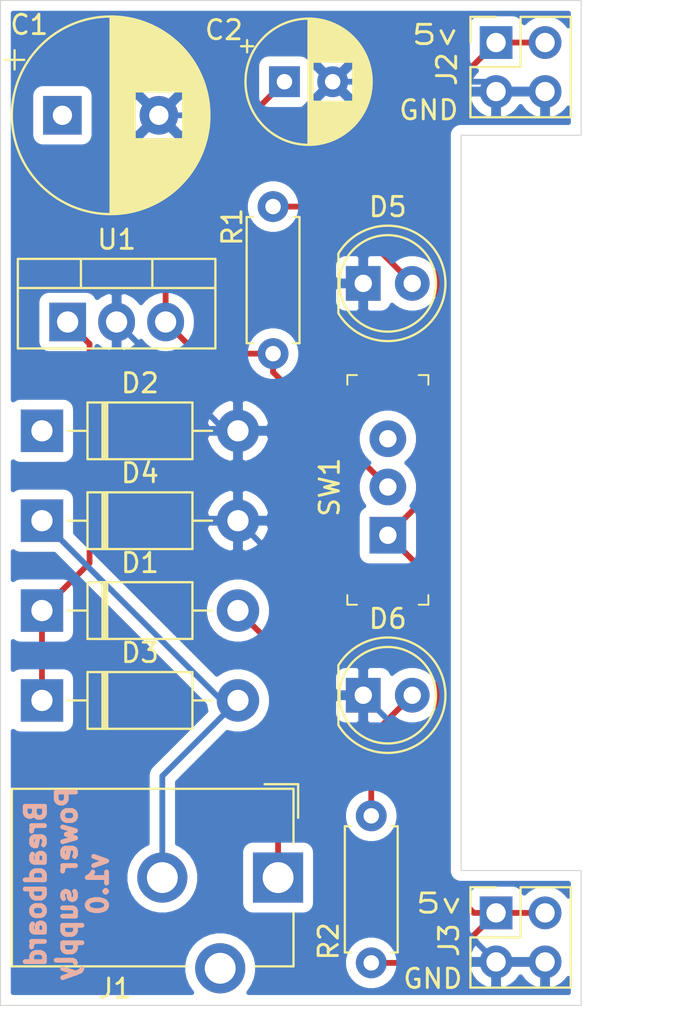
<source format=kicad_pcb>
(kicad_pcb (version 20171130) (host pcbnew "(5.1.6-0-10_14)")

  (general
    (thickness 1.6)
    (drawings 13)
    (tracks 51)
    (zones 0)
    (modules 15)
    (nets 11)
  )

  (page A4)
  (layers
    (0 F.Cu signal)
    (31 B.Cu signal)
    (32 B.Adhes user)
    (33 F.Adhes user)
    (34 B.Paste user)
    (35 F.Paste user)
    (36 B.SilkS user)
    (37 F.SilkS user)
    (38 B.Mask user)
    (39 F.Mask user)
    (40 Dwgs.User user)
    (41 Cmts.User user)
    (42 Eco1.User user)
    (43 Eco2.User user)
    (44 Edge.Cuts user)
    (45 Margin user)
    (46 B.CrtYd user)
    (47 F.CrtYd user)
    (48 B.Fab user)
    (49 F.Fab user)
  )

  (setup
    (last_trace_width 0.3)
    (user_trace_width 0.3)
    (trace_clearance 0.2)
    (zone_clearance 0.508)
    (zone_45_only no)
    (trace_min 0.2)
    (via_size 0.8)
    (via_drill 0.4)
    (via_min_size 0.4)
    (via_min_drill 0.3)
    (uvia_size 0.3)
    (uvia_drill 0.1)
    (uvias_allowed no)
    (uvia_min_size 0.2)
    (uvia_min_drill 0.1)
    (edge_width 0.05)
    (segment_width 0.2)
    (pcb_text_width 0.3)
    (pcb_text_size 1.5 1.5)
    (mod_edge_width 0.12)
    (mod_text_size 1 1)
    (mod_text_width 0.15)
    (pad_size 1.524 1.524)
    (pad_drill 0.762)
    (pad_to_mask_clearance 0.05)
    (aux_axis_origin 0 0)
    (visible_elements FFFFFF7F)
    (pcbplotparams
      (layerselection 0x010fc_ffffffff)
      (usegerberextensions false)
      (usegerberattributes true)
      (usegerberadvancedattributes true)
      (creategerberjobfile true)
      (excludeedgelayer true)
      (linewidth 0.100000)
      (plotframeref false)
      (viasonmask false)
      (mode 1)
      (useauxorigin false)
      (hpglpennumber 1)
      (hpglpenspeed 20)
      (hpglpendiameter 15.000000)
      (psnegative false)
      (psa4output false)
      (plotreference true)
      (plotvalue true)
      (plotinvisibletext false)
      (padsonsilk false)
      (subtractmaskfromsilk false)
      (outputformat 1)
      (mirror false)
      (drillshape 1)
      (scaleselection 1)
      (outputdirectory ""))
  )

  (net 0 "")
  (net 1 /Vin)
  (net 2 /V-)
  (net 3 /Vout1)
  (net 4 "Net-(D1-Pad2)")
  (net 5 "Net-(D3-Pad2)")
  (net 6 "Net-(D5-Pad2)")
  (net 7 "Net-(D6-Pad2)")
  (net 8 "Net-(J1-Pad3)")
  (net 9 /Vout2)
  (net 10 "Net-(SW1-Pad3)")

  (net_class Default "This is the default net class."
    (clearance 0.2)
    (trace_width 0.25)
    (via_dia 0.8)
    (via_drill 0.4)
    (uvia_dia 0.3)
    (uvia_drill 0.1)
    (add_net "Net-(D1-Pad2)")
    (add_net "Net-(D3-Pad2)")
    (add_net "Net-(D5-Pad2)")
    (add_net "Net-(D6-Pad2)")
    (add_net "Net-(J1-Pad3)")
    (add_net "Net-(SW1-Pad3)")
  )

  (net_class Power ""
    (clearance 0.3)
    (trace_width 0.3)
    (via_dia 1)
    (via_drill 0.5)
    (uvia_dia 0.3)
    (uvia_drill 0.1)
    (add_net /V-)
    (add_net /Vin)
    (add_net /Vout1)
    (add_net /Vout2)
  )

  (module Capacitor_THT:CP_Radial_D10.0mm_P5.00mm (layer F.Cu) (tedit 5AE50EF1) (tstamp 5FBE44F9)
    (at 121.32 87.23)
    (descr "CP, Radial series, Radial, pin pitch=5.00mm, , diameter=10mm, Electrolytic Capacitor")
    (tags "CP Radial series Radial pin pitch 5.00mm  diameter 10mm Electrolytic Capacitor")
    (path /5FBD2AEE)
    (fp_text reference C1 (at -1.72 -4.69) (layer F.SilkS)
      (effects (font (size 1 1) (thickness 0.15)))
    )
    (fp_text value 47uF (at 2.5 6.25) (layer F.Fab)
      (effects (font (size 1 1) (thickness 0.15)))
    )
    (fp_line (start -2.479646 -3.375) (end -2.479646 -2.375) (layer F.SilkS) (width 0.12))
    (fp_line (start -2.979646 -2.875) (end -1.979646 -2.875) (layer F.SilkS) (width 0.12))
    (fp_line (start 7.581 -0.599) (end 7.581 0.599) (layer F.SilkS) (width 0.12))
    (fp_line (start 7.541 -0.862) (end 7.541 0.862) (layer F.SilkS) (width 0.12))
    (fp_line (start 7.501 -1.062) (end 7.501 1.062) (layer F.SilkS) (width 0.12))
    (fp_line (start 7.461 -1.23) (end 7.461 1.23) (layer F.SilkS) (width 0.12))
    (fp_line (start 7.421 -1.378) (end 7.421 1.378) (layer F.SilkS) (width 0.12))
    (fp_line (start 7.381 -1.51) (end 7.381 1.51) (layer F.SilkS) (width 0.12))
    (fp_line (start 7.341 -1.63) (end 7.341 1.63) (layer F.SilkS) (width 0.12))
    (fp_line (start 7.301 -1.742) (end 7.301 1.742) (layer F.SilkS) (width 0.12))
    (fp_line (start 7.261 -1.846) (end 7.261 1.846) (layer F.SilkS) (width 0.12))
    (fp_line (start 7.221 -1.944) (end 7.221 1.944) (layer F.SilkS) (width 0.12))
    (fp_line (start 7.181 -2.037) (end 7.181 2.037) (layer F.SilkS) (width 0.12))
    (fp_line (start 7.141 -2.125) (end 7.141 2.125) (layer F.SilkS) (width 0.12))
    (fp_line (start 7.101 -2.209) (end 7.101 2.209) (layer F.SilkS) (width 0.12))
    (fp_line (start 7.061 -2.289) (end 7.061 2.289) (layer F.SilkS) (width 0.12))
    (fp_line (start 7.021 -2.365) (end 7.021 2.365) (layer F.SilkS) (width 0.12))
    (fp_line (start 6.981 -2.439) (end 6.981 2.439) (layer F.SilkS) (width 0.12))
    (fp_line (start 6.941 -2.51) (end 6.941 2.51) (layer F.SilkS) (width 0.12))
    (fp_line (start 6.901 -2.579) (end 6.901 2.579) (layer F.SilkS) (width 0.12))
    (fp_line (start 6.861 -2.645) (end 6.861 2.645) (layer F.SilkS) (width 0.12))
    (fp_line (start 6.821 -2.709) (end 6.821 2.709) (layer F.SilkS) (width 0.12))
    (fp_line (start 6.781 -2.77) (end 6.781 2.77) (layer F.SilkS) (width 0.12))
    (fp_line (start 6.741 -2.83) (end 6.741 2.83) (layer F.SilkS) (width 0.12))
    (fp_line (start 6.701 -2.889) (end 6.701 2.889) (layer F.SilkS) (width 0.12))
    (fp_line (start 6.661 -2.945) (end 6.661 2.945) (layer F.SilkS) (width 0.12))
    (fp_line (start 6.621 -3) (end 6.621 3) (layer F.SilkS) (width 0.12))
    (fp_line (start 6.581 -3.054) (end 6.581 3.054) (layer F.SilkS) (width 0.12))
    (fp_line (start 6.541 -3.106) (end 6.541 3.106) (layer F.SilkS) (width 0.12))
    (fp_line (start 6.501 -3.156) (end 6.501 3.156) (layer F.SilkS) (width 0.12))
    (fp_line (start 6.461 -3.206) (end 6.461 3.206) (layer F.SilkS) (width 0.12))
    (fp_line (start 6.421 -3.254) (end 6.421 3.254) (layer F.SilkS) (width 0.12))
    (fp_line (start 6.381 -3.301) (end 6.381 3.301) (layer F.SilkS) (width 0.12))
    (fp_line (start 6.341 -3.347) (end 6.341 3.347) (layer F.SilkS) (width 0.12))
    (fp_line (start 6.301 -3.392) (end 6.301 3.392) (layer F.SilkS) (width 0.12))
    (fp_line (start 6.261 -3.436) (end 6.261 3.436) (layer F.SilkS) (width 0.12))
    (fp_line (start 6.221 1.241) (end 6.221 3.478) (layer F.SilkS) (width 0.12))
    (fp_line (start 6.221 -3.478) (end 6.221 -1.241) (layer F.SilkS) (width 0.12))
    (fp_line (start 6.181 1.241) (end 6.181 3.52) (layer F.SilkS) (width 0.12))
    (fp_line (start 6.181 -3.52) (end 6.181 -1.241) (layer F.SilkS) (width 0.12))
    (fp_line (start 6.141 1.241) (end 6.141 3.561) (layer F.SilkS) (width 0.12))
    (fp_line (start 6.141 -3.561) (end 6.141 -1.241) (layer F.SilkS) (width 0.12))
    (fp_line (start 6.101 1.241) (end 6.101 3.601) (layer F.SilkS) (width 0.12))
    (fp_line (start 6.101 -3.601) (end 6.101 -1.241) (layer F.SilkS) (width 0.12))
    (fp_line (start 6.061 1.241) (end 6.061 3.64) (layer F.SilkS) (width 0.12))
    (fp_line (start 6.061 -3.64) (end 6.061 -1.241) (layer F.SilkS) (width 0.12))
    (fp_line (start 6.021 1.241) (end 6.021 3.679) (layer F.SilkS) (width 0.12))
    (fp_line (start 6.021 -3.679) (end 6.021 -1.241) (layer F.SilkS) (width 0.12))
    (fp_line (start 5.981 1.241) (end 5.981 3.716) (layer F.SilkS) (width 0.12))
    (fp_line (start 5.981 -3.716) (end 5.981 -1.241) (layer F.SilkS) (width 0.12))
    (fp_line (start 5.941 1.241) (end 5.941 3.753) (layer F.SilkS) (width 0.12))
    (fp_line (start 5.941 -3.753) (end 5.941 -1.241) (layer F.SilkS) (width 0.12))
    (fp_line (start 5.901 1.241) (end 5.901 3.789) (layer F.SilkS) (width 0.12))
    (fp_line (start 5.901 -3.789) (end 5.901 -1.241) (layer F.SilkS) (width 0.12))
    (fp_line (start 5.861 1.241) (end 5.861 3.824) (layer F.SilkS) (width 0.12))
    (fp_line (start 5.861 -3.824) (end 5.861 -1.241) (layer F.SilkS) (width 0.12))
    (fp_line (start 5.821 1.241) (end 5.821 3.858) (layer F.SilkS) (width 0.12))
    (fp_line (start 5.821 -3.858) (end 5.821 -1.241) (layer F.SilkS) (width 0.12))
    (fp_line (start 5.781 1.241) (end 5.781 3.892) (layer F.SilkS) (width 0.12))
    (fp_line (start 5.781 -3.892) (end 5.781 -1.241) (layer F.SilkS) (width 0.12))
    (fp_line (start 5.741 1.241) (end 5.741 3.925) (layer F.SilkS) (width 0.12))
    (fp_line (start 5.741 -3.925) (end 5.741 -1.241) (layer F.SilkS) (width 0.12))
    (fp_line (start 5.701 1.241) (end 5.701 3.957) (layer F.SilkS) (width 0.12))
    (fp_line (start 5.701 -3.957) (end 5.701 -1.241) (layer F.SilkS) (width 0.12))
    (fp_line (start 5.661 1.241) (end 5.661 3.989) (layer F.SilkS) (width 0.12))
    (fp_line (start 5.661 -3.989) (end 5.661 -1.241) (layer F.SilkS) (width 0.12))
    (fp_line (start 5.621 1.241) (end 5.621 4.02) (layer F.SilkS) (width 0.12))
    (fp_line (start 5.621 -4.02) (end 5.621 -1.241) (layer F.SilkS) (width 0.12))
    (fp_line (start 5.581 1.241) (end 5.581 4.05) (layer F.SilkS) (width 0.12))
    (fp_line (start 5.581 -4.05) (end 5.581 -1.241) (layer F.SilkS) (width 0.12))
    (fp_line (start 5.541 1.241) (end 5.541 4.08) (layer F.SilkS) (width 0.12))
    (fp_line (start 5.541 -4.08) (end 5.541 -1.241) (layer F.SilkS) (width 0.12))
    (fp_line (start 5.501 1.241) (end 5.501 4.11) (layer F.SilkS) (width 0.12))
    (fp_line (start 5.501 -4.11) (end 5.501 -1.241) (layer F.SilkS) (width 0.12))
    (fp_line (start 5.461 1.241) (end 5.461 4.138) (layer F.SilkS) (width 0.12))
    (fp_line (start 5.461 -4.138) (end 5.461 -1.241) (layer F.SilkS) (width 0.12))
    (fp_line (start 5.421 1.241) (end 5.421 4.166) (layer F.SilkS) (width 0.12))
    (fp_line (start 5.421 -4.166) (end 5.421 -1.241) (layer F.SilkS) (width 0.12))
    (fp_line (start 5.381 1.241) (end 5.381 4.194) (layer F.SilkS) (width 0.12))
    (fp_line (start 5.381 -4.194) (end 5.381 -1.241) (layer F.SilkS) (width 0.12))
    (fp_line (start 5.341 1.241) (end 5.341 4.221) (layer F.SilkS) (width 0.12))
    (fp_line (start 5.341 -4.221) (end 5.341 -1.241) (layer F.SilkS) (width 0.12))
    (fp_line (start 5.301 1.241) (end 5.301 4.247) (layer F.SilkS) (width 0.12))
    (fp_line (start 5.301 -4.247) (end 5.301 -1.241) (layer F.SilkS) (width 0.12))
    (fp_line (start 5.261 1.241) (end 5.261 4.273) (layer F.SilkS) (width 0.12))
    (fp_line (start 5.261 -4.273) (end 5.261 -1.241) (layer F.SilkS) (width 0.12))
    (fp_line (start 5.221 1.241) (end 5.221 4.298) (layer F.SilkS) (width 0.12))
    (fp_line (start 5.221 -4.298) (end 5.221 -1.241) (layer F.SilkS) (width 0.12))
    (fp_line (start 5.181 1.241) (end 5.181 4.323) (layer F.SilkS) (width 0.12))
    (fp_line (start 5.181 -4.323) (end 5.181 -1.241) (layer F.SilkS) (width 0.12))
    (fp_line (start 5.141 1.241) (end 5.141 4.347) (layer F.SilkS) (width 0.12))
    (fp_line (start 5.141 -4.347) (end 5.141 -1.241) (layer F.SilkS) (width 0.12))
    (fp_line (start 5.101 1.241) (end 5.101 4.371) (layer F.SilkS) (width 0.12))
    (fp_line (start 5.101 -4.371) (end 5.101 -1.241) (layer F.SilkS) (width 0.12))
    (fp_line (start 5.061 1.241) (end 5.061 4.395) (layer F.SilkS) (width 0.12))
    (fp_line (start 5.061 -4.395) (end 5.061 -1.241) (layer F.SilkS) (width 0.12))
    (fp_line (start 5.021 1.241) (end 5.021 4.417) (layer F.SilkS) (width 0.12))
    (fp_line (start 5.021 -4.417) (end 5.021 -1.241) (layer F.SilkS) (width 0.12))
    (fp_line (start 4.981 1.241) (end 4.981 4.44) (layer F.SilkS) (width 0.12))
    (fp_line (start 4.981 -4.44) (end 4.981 -1.241) (layer F.SilkS) (width 0.12))
    (fp_line (start 4.941 1.241) (end 4.941 4.462) (layer F.SilkS) (width 0.12))
    (fp_line (start 4.941 -4.462) (end 4.941 -1.241) (layer F.SilkS) (width 0.12))
    (fp_line (start 4.901 1.241) (end 4.901 4.483) (layer F.SilkS) (width 0.12))
    (fp_line (start 4.901 -4.483) (end 4.901 -1.241) (layer F.SilkS) (width 0.12))
    (fp_line (start 4.861 1.241) (end 4.861 4.504) (layer F.SilkS) (width 0.12))
    (fp_line (start 4.861 -4.504) (end 4.861 -1.241) (layer F.SilkS) (width 0.12))
    (fp_line (start 4.821 1.241) (end 4.821 4.525) (layer F.SilkS) (width 0.12))
    (fp_line (start 4.821 -4.525) (end 4.821 -1.241) (layer F.SilkS) (width 0.12))
    (fp_line (start 4.781 1.241) (end 4.781 4.545) (layer F.SilkS) (width 0.12))
    (fp_line (start 4.781 -4.545) (end 4.781 -1.241) (layer F.SilkS) (width 0.12))
    (fp_line (start 4.741 1.241) (end 4.741 4.564) (layer F.SilkS) (width 0.12))
    (fp_line (start 4.741 -4.564) (end 4.741 -1.241) (layer F.SilkS) (width 0.12))
    (fp_line (start 4.701 1.241) (end 4.701 4.584) (layer F.SilkS) (width 0.12))
    (fp_line (start 4.701 -4.584) (end 4.701 -1.241) (layer F.SilkS) (width 0.12))
    (fp_line (start 4.661 1.241) (end 4.661 4.603) (layer F.SilkS) (width 0.12))
    (fp_line (start 4.661 -4.603) (end 4.661 -1.241) (layer F.SilkS) (width 0.12))
    (fp_line (start 4.621 1.241) (end 4.621 4.621) (layer F.SilkS) (width 0.12))
    (fp_line (start 4.621 -4.621) (end 4.621 -1.241) (layer F.SilkS) (width 0.12))
    (fp_line (start 4.581 1.241) (end 4.581 4.639) (layer F.SilkS) (width 0.12))
    (fp_line (start 4.581 -4.639) (end 4.581 -1.241) (layer F.SilkS) (width 0.12))
    (fp_line (start 4.541 1.241) (end 4.541 4.657) (layer F.SilkS) (width 0.12))
    (fp_line (start 4.541 -4.657) (end 4.541 -1.241) (layer F.SilkS) (width 0.12))
    (fp_line (start 4.501 1.241) (end 4.501 4.674) (layer F.SilkS) (width 0.12))
    (fp_line (start 4.501 -4.674) (end 4.501 -1.241) (layer F.SilkS) (width 0.12))
    (fp_line (start 4.461 1.241) (end 4.461 4.69) (layer F.SilkS) (width 0.12))
    (fp_line (start 4.461 -4.69) (end 4.461 -1.241) (layer F.SilkS) (width 0.12))
    (fp_line (start 4.421 1.241) (end 4.421 4.707) (layer F.SilkS) (width 0.12))
    (fp_line (start 4.421 -4.707) (end 4.421 -1.241) (layer F.SilkS) (width 0.12))
    (fp_line (start 4.381 1.241) (end 4.381 4.723) (layer F.SilkS) (width 0.12))
    (fp_line (start 4.381 -4.723) (end 4.381 -1.241) (layer F.SilkS) (width 0.12))
    (fp_line (start 4.341 1.241) (end 4.341 4.738) (layer F.SilkS) (width 0.12))
    (fp_line (start 4.341 -4.738) (end 4.341 -1.241) (layer F.SilkS) (width 0.12))
    (fp_line (start 4.301 1.241) (end 4.301 4.754) (layer F.SilkS) (width 0.12))
    (fp_line (start 4.301 -4.754) (end 4.301 -1.241) (layer F.SilkS) (width 0.12))
    (fp_line (start 4.261 1.241) (end 4.261 4.768) (layer F.SilkS) (width 0.12))
    (fp_line (start 4.261 -4.768) (end 4.261 -1.241) (layer F.SilkS) (width 0.12))
    (fp_line (start 4.221 1.241) (end 4.221 4.783) (layer F.SilkS) (width 0.12))
    (fp_line (start 4.221 -4.783) (end 4.221 -1.241) (layer F.SilkS) (width 0.12))
    (fp_line (start 4.181 1.241) (end 4.181 4.797) (layer F.SilkS) (width 0.12))
    (fp_line (start 4.181 -4.797) (end 4.181 -1.241) (layer F.SilkS) (width 0.12))
    (fp_line (start 4.141 1.241) (end 4.141 4.811) (layer F.SilkS) (width 0.12))
    (fp_line (start 4.141 -4.811) (end 4.141 -1.241) (layer F.SilkS) (width 0.12))
    (fp_line (start 4.101 1.241) (end 4.101 4.824) (layer F.SilkS) (width 0.12))
    (fp_line (start 4.101 -4.824) (end 4.101 -1.241) (layer F.SilkS) (width 0.12))
    (fp_line (start 4.061 1.241) (end 4.061 4.837) (layer F.SilkS) (width 0.12))
    (fp_line (start 4.061 -4.837) (end 4.061 -1.241) (layer F.SilkS) (width 0.12))
    (fp_line (start 4.021 1.241) (end 4.021 4.85) (layer F.SilkS) (width 0.12))
    (fp_line (start 4.021 -4.85) (end 4.021 -1.241) (layer F.SilkS) (width 0.12))
    (fp_line (start 3.981 1.241) (end 3.981 4.862) (layer F.SilkS) (width 0.12))
    (fp_line (start 3.981 -4.862) (end 3.981 -1.241) (layer F.SilkS) (width 0.12))
    (fp_line (start 3.941 1.241) (end 3.941 4.874) (layer F.SilkS) (width 0.12))
    (fp_line (start 3.941 -4.874) (end 3.941 -1.241) (layer F.SilkS) (width 0.12))
    (fp_line (start 3.901 1.241) (end 3.901 4.885) (layer F.SilkS) (width 0.12))
    (fp_line (start 3.901 -4.885) (end 3.901 -1.241) (layer F.SilkS) (width 0.12))
    (fp_line (start 3.861 1.241) (end 3.861 4.897) (layer F.SilkS) (width 0.12))
    (fp_line (start 3.861 -4.897) (end 3.861 -1.241) (layer F.SilkS) (width 0.12))
    (fp_line (start 3.821 1.241) (end 3.821 4.907) (layer F.SilkS) (width 0.12))
    (fp_line (start 3.821 -4.907) (end 3.821 -1.241) (layer F.SilkS) (width 0.12))
    (fp_line (start 3.781 1.241) (end 3.781 4.918) (layer F.SilkS) (width 0.12))
    (fp_line (start 3.781 -4.918) (end 3.781 -1.241) (layer F.SilkS) (width 0.12))
    (fp_line (start 3.741 -4.928) (end 3.741 4.928) (layer F.SilkS) (width 0.12))
    (fp_line (start 3.701 -4.938) (end 3.701 4.938) (layer F.SilkS) (width 0.12))
    (fp_line (start 3.661 -4.947) (end 3.661 4.947) (layer F.SilkS) (width 0.12))
    (fp_line (start 3.621 -4.956) (end 3.621 4.956) (layer F.SilkS) (width 0.12))
    (fp_line (start 3.581 -4.965) (end 3.581 4.965) (layer F.SilkS) (width 0.12))
    (fp_line (start 3.541 -4.974) (end 3.541 4.974) (layer F.SilkS) (width 0.12))
    (fp_line (start 3.501 -4.982) (end 3.501 4.982) (layer F.SilkS) (width 0.12))
    (fp_line (start 3.461 -4.99) (end 3.461 4.99) (layer F.SilkS) (width 0.12))
    (fp_line (start 3.421 -4.997) (end 3.421 4.997) (layer F.SilkS) (width 0.12))
    (fp_line (start 3.381 -5.004) (end 3.381 5.004) (layer F.SilkS) (width 0.12))
    (fp_line (start 3.341 -5.011) (end 3.341 5.011) (layer F.SilkS) (width 0.12))
    (fp_line (start 3.301 -5.018) (end 3.301 5.018) (layer F.SilkS) (width 0.12))
    (fp_line (start 3.261 -5.024) (end 3.261 5.024) (layer F.SilkS) (width 0.12))
    (fp_line (start 3.221 -5.03) (end 3.221 5.03) (layer F.SilkS) (width 0.12))
    (fp_line (start 3.18 -5.035) (end 3.18 5.035) (layer F.SilkS) (width 0.12))
    (fp_line (start 3.14 -5.04) (end 3.14 5.04) (layer F.SilkS) (width 0.12))
    (fp_line (start 3.1 -5.045) (end 3.1 5.045) (layer F.SilkS) (width 0.12))
    (fp_line (start 3.06 -5.05) (end 3.06 5.05) (layer F.SilkS) (width 0.12))
    (fp_line (start 3.02 -5.054) (end 3.02 5.054) (layer F.SilkS) (width 0.12))
    (fp_line (start 2.98 -5.058) (end 2.98 5.058) (layer F.SilkS) (width 0.12))
    (fp_line (start 2.94 -5.062) (end 2.94 5.062) (layer F.SilkS) (width 0.12))
    (fp_line (start 2.9 -5.065) (end 2.9 5.065) (layer F.SilkS) (width 0.12))
    (fp_line (start 2.86 -5.068) (end 2.86 5.068) (layer F.SilkS) (width 0.12))
    (fp_line (start 2.82 -5.07) (end 2.82 5.07) (layer F.SilkS) (width 0.12))
    (fp_line (start 2.78 -5.073) (end 2.78 5.073) (layer F.SilkS) (width 0.12))
    (fp_line (start 2.74 -5.075) (end 2.74 5.075) (layer F.SilkS) (width 0.12))
    (fp_line (start 2.7 -5.077) (end 2.7 5.077) (layer F.SilkS) (width 0.12))
    (fp_line (start 2.66 -5.078) (end 2.66 5.078) (layer F.SilkS) (width 0.12))
    (fp_line (start 2.62 -5.079) (end 2.62 5.079) (layer F.SilkS) (width 0.12))
    (fp_line (start 2.58 -5.08) (end 2.58 5.08) (layer F.SilkS) (width 0.12))
    (fp_line (start 2.54 -5.08) (end 2.54 5.08) (layer F.SilkS) (width 0.12))
    (fp_line (start 2.5 -5.08) (end 2.5 5.08) (layer F.SilkS) (width 0.12))
    (fp_line (start -1.288861 -2.6875) (end -1.288861 -1.6875) (layer F.Fab) (width 0.1))
    (fp_line (start -1.788861 -2.1875) (end -0.788861 -2.1875) (layer F.Fab) (width 0.1))
    (fp_circle (center 2.5 0) (end 7.75 0) (layer F.CrtYd) (width 0.05))
    (fp_circle (center 2.5 0) (end 7.62 0) (layer F.SilkS) (width 0.12))
    (fp_circle (center 2.5 0) (end 7.5 0) (layer F.Fab) (width 0.1))
    (fp_text user %R (at 2.5 0) (layer F.Fab)
      (effects (font (size 1 1) (thickness 0.15)))
    )
    (pad 1 thru_hole rect (at 0 0) (size 2 2) (drill 1) (layers *.Cu *.Mask)
      (net 1 /Vin))
    (pad 2 thru_hole circle (at 5 0) (size 2 2) (drill 1) (layers *.Cu *.Mask)
      (net 2 /V-))
    (model ${KISYS3DMOD}/Capacitor_THT.3dshapes/CP_Radial_D10.0mm_P5.00mm.wrl
      (at (xyz 0 0 0))
      (scale (xyz 1 1 1))
      (rotate (xyz 0 0 0))
    )
  )

  (module Capacitor_THT:CP_Radial_D6.3mm_P2.50mm (layer F.Cu) (tedit 5AE50EF0) (tstamp 5FBE4305)
    (at 132.83 85.49)
    (descr "CP, Radial series, Radial, pin pitch=2.50mm, , diameter=6.3mm, Electrolytic Capacitor")
    (tags "CP Radial series Radial pin pitch 2.50mm  diameter 6.3mm Electrolytic Capacitor")
    (path /5FBD2ECE)
    (fp_text reference C2 (at -3.14 -2.68) (layer F.SilkS)
      (effects (font (size 1 1) (thickness 0.15)))
    )
    (fp_text value 470uF (at 1.25 4.4) (layer F.Fab)
      (effects (font (size 1 1) (thickness 0.15)))
    )
    (fp_line (start -1.935241 -2.154) (end -1.935241 -1.524) (layer F.SilkS) (width 0.12))
    (fp_line (start -2.250241 -1.839) (end -1.620241 -1.839) (layer F.SilkS) (width 0.12))
    (fp_line (start 4.491 -0.402) (end 4.491 0.402) (layer F.SilkS) (width 0.12))
    (fp_line (start 4.451 -0.633) (end 4.451 0.633) (layer F.SilkS) (width 0.12))
    (fp_line (start 4.411 -0.802) (end 4.411 0.802) (layer F.SilkS) (width 0.12))
    (fp_line (start 4.371 -0.94) (end 4.371 0.94) (layer F.SilkS) (width 0.12))
    (fp_line (start 4.331 -1.059) (end 4.331 1.059) (layer F.SilkS) (width 0.12))
    (fp_line (start 4.291 -1.165) (end 4.291 1.165) (layer F.SilkS) (width 0.12))
    (fp_line (start 4.251 -1.262) (end 4.251 1.262) (layer F.SilkS) (width 0.12))
    (fp_line (start 4.211 -1.35) (end 4.211 1.35) (layer F.SilkS) (width 0.12))
    (fp_line (start 4.171 -1.432) (end 4.171 1.432) (layer F.SilkS) (width 0.12))
    (fp_line (start 4.131 -1.509) (end 4.131 1.509) (layer F.SilkS) (width 0.12))
    (fp_line (start 4.091 -1.581) (end 4.091 1.581) (layer F.SilkS) (width 0.12))
    (fp_line (start 4.051 -1.65) (end 4.051 1.65) (layer F.SilkS) (width 0.12))
    (fp_line (start 4.011 -1.714) (end 4.011 1.714) (layer F.SilkS) (width 0.12))
    (fp_line (start 3.971 -1.776) (end 3.971 1.776) (layer F.SilkS) (width 0.12))
    (fp_line (start 3.931 -1.834) (end 3.931 1.834) (layer F.SilkS) (width 0.12))
    (fp_line (start 3.891 -1.89) (end 3.891 1.89) (layer F.SilkS) (width 0.12))
    (fp_line (start 3.851 -1.944) (end 3.851 1.944) (layer F.SilkS) (width 0.12))
    (fp_line (start 3.811 -1.995) (end 3.811 1.995) (layer F.SilkS) (width 0.12))
    (fp_line (start 3.771 -2.044) (end 3.771 2.044) (layer F.SilkS) (width 0.12))
    (fp_line (start 3.731 -2.092) (end 3.731 2.092) (layer F.SilkS) (width 0.12))
    (fp_line (start 3.691 -2.137) (end 3.691 2.137) (layer F.SilkS) (width 0.12))
    (fp_line (start 3.651 -2.182) (end 3.651 2.182) (layer F.SilkS) (width 0.12))
    (fp_line (start 3.611 -2.224) (end 3.611 2.224) (layer F.SilkS) (width 0.12))
    (fp_line (start 3.571 -2.265) (end 3.571 2.265) (layer F.SilkS) (width 0.12))
    (fp_line (start 3.531 1.04) (end 3.531 2.305) (layer F.SilkS) (width 0.12))
    (fp_line (start 3.531 -2.305) (end 3.531 -1.04) (layer F.SilkS) (width 0.12))
    (fp_line (start 3.491 1.04) (end 3.491 2.343) (layer F.SilkS) (width 0.12))
    (fp_line (start 3.491 -2.343) (end 3.491 -1.04) (layer F.SilkS) (width 0.12))
    (fp_line (start 3.451 1.04) (end 3.451 2.38) (layer F.SilkS) (width 0.12))
    (fp_line (start 3.451 -2.38) (end 3.451 -1.04) (layer F.SilkS) (width 0.12))
    (fp_line (start 3.411 1.04) (end 3.411 2.416) (layer F.SilkS) (width 0.12))
    (fp_line (start 3.411 -2.416) (end 3.411 -1.04) (layer F.SilkS) (width 0.12))
    (fp_line (start 3.371 1.04) (end 3.371 2.45) (layer F.SilkS) (width 0.12))
    (fp_line (start 3.371 -2.45) (end 3.371 -1.04) (layer F.SilkS) (width 0.12))
    (fp_line (start 3.331 1.04) (end 3.331 2.484) (layer F.SilkS) (width 0.12))
    (fp_line (start 3.331 -2.484) (end 3.331 -1.04) (layer F.SilkS) (width 0.12))
    (fp_line (start 3.291 1.04) (end 3.291 2.516) (layer F.SilkS) (width 0.12))
    (fp_line (start 3.291 -2.516) (end 3.291 -1.04) (layer F.SilkS) (width 0.12))
    (fp_line (start 3.251 1.04) (end 3.251 2.548) (layer F.SilkS) (width 0.12))
    (fp_line (start 3.251 -2.548) (end 3.251 -1.04) (layer F.SilkS) (width 0.12))
    (fp_line (start 3.211 1.04) (end 3.211 2.578) (layer F.SilkS) (width 0.12))
    (fp_line (start 3.211 -2.578) (end 3.211 -1.04) (layer F.SilkS) (width 0.12))
    (fp_line (start 3.171 1.04) (end 3.171 2.607) (layer F.SilkS) (width 0.12))
    (fp_line (start 3.171 -2.607) (end 3.171 -1.04) (layer F.SilkS) (width 0.12))
    (fp_line (start 3.131 1.04) (end 3.131 2.636) (layer F.SilkS) (width 0.12))
    (fp_line (start 3.131 -2.636) (end 3.131 -1.04) (layer F.SilkS) (width 0.12))
    (fp_line (start 3.091 1.04) (end 3.091 2.664) (layer F.SilkS) (width 0.12))
    (fp_line (start 3.091 -2.664) (end 3.091 -1.04) (layer F.SilkS) (width 0.12))
    (fp_line (start 3.051 1.04) (end 3.051 2.69) (layer F.SilkS) (width 0.12))
    (fp_line (start 3.051 -2.69) (end 3.051 -1.04) (layer F.SilkS) (width 0.12))
    (fp_line (start 3.011 1.04) (end 3.011 2.716) (layer F.SilkS) (width 0.12))
    (fp_line (start 3.011 -2.716) (end 3.011 -1.04) (layer F.SilkS) (width 0.12))
    (fp_line (start 2.971 1.04) (end 2.971 2.742) (layer F.SilkS) (width 0.12))
    (fp_line (start 2.971 -2.742) (end 2.971 -1.04) (layer F.SilkS) (width 0.12))
    (fp_line (start 2.931 1.04) (end 2.931 2.766) (layer F.SilkS) (width 0.12))
    (fp_line (start 2.931 -2.766) (end 2.931 -1.04) (layer F.SilkS) (width 0.12))
    (fp_line (start 2.891 1.04) (end 2.891 2.79) (layer F.SilkS) (width 0.12))
    (fp_line (start 2.891 -2.79) (end 2.891 -1.04) (layer F.SilkS) (width 0.12))
    (fp_line (start 2.851 1.04) (end 2.851 2.812) (layer F.SilkS) (width 0.12))
    (fp_line (start 2.851 -2.812) (end 2.851 -1.04) (layer F.SilkS) (width 0.12))
    (fp_line (start 2.811 1.04) (end 2.811 2.834) (layer F.SilkS) (width 0.12))
    (fp_line (start 2.811 -2.834) (end 2.811 -1.04) (layer F.SilkS) (width 0.12))
    (fp_line (start 2.771 1.04) (end 2.771 2.856) (layer F.SilkS) (width 0.12))
    (fp_line (start 2.771 -2.856) (end 2.771 -1.04) (layer F.SilkS) (width 0.12))
    (fp_line (start 2.731 1.04) (end 2.731 2.876) (layer F.SilkS) (width 0.12))
    (fp_line (start 2.731 -2.876) (end 2.731 -1.04) (layer F.SilkS) (width 0.12))
    (fp_line (start 2.691 1.04) (end 2.691 2.896) (layer F.SilkS) (width 0.12))
    (fp_line (start 2.691 -2.896) (end 2.691 -1.04) (layer F.SilkS) (width 0.12))
    (fp_line (start 2.651 1.04) (end 2.651 2.916) (layer F.SilkS) (width 0.12))
    (fp_line (start 2.651 -2.916) (end 2.651 -1.04) (layer F.SilkS) (width 0.12))
    (fp_line (start 2.611 1.04) (end 2.611 2.934) (layer F.SilkS) (width 0.12))
    (fp_line (start 2.611 -2.934) (end 2.611 -1.04) (layer F.SilkS) (width 0.12))
    (fp_line (start 2.571 1.04) (end 2.571 2.952) (layer F.SilkS) (width 0.12))
    (fp_line (start 2.571 -2.952) (end 2.571 -1.04) (layer F.SilkS) (width 0.12))
    (fp_line (start 2.531 1.04) (end 2.531 2.97) (layer F.SilkS) (width 0.12))
    (fp_line (start 2.531 -2.97) (end 2.531 -1.04) (layer F.SilkS) (width 0.12))
    (fp_line (start 2.491 1.04) (end 2.491 2.986) (layer F.SilkS) (width 0.12))
    (fp_line (start 2.491 -2.986) (end 2.491 -1.04) (layer F.SilkS) (width 0.12))
    (fp_line (start 2.451 1.04) (end 2.451 3.002) (layer F.SilkS) (width 0.12))
    (fp_line (start 2.451 -3.002) (end 2.451 -1.04) (layer F.SilkS) (width 0.12))
    (fp_line (start 2.411 1.04) (end 2.411 3.018) (layer F.SilkS) (width 0.12))
    (fp_line (start 2.411 -3.018) (end 2.411 -1.04) (layer F.SilkS) (width 0.12))
    (fp_line (start 2.371 1.04) (end 2.371 3.033) (layer F.SilkS) (width 0.12))
    (fp_line (start 2.371 -3.033) (end 2.371 -1.04) (layer F.SilkS) (width 0.12))
    (fp_line (start 2.331 1.04) (end 2.331 3.047) (layer F.SilkS) (width 0.12))
    (fp_line (start 2.331 -3.047) (end 2.331 -1.04) (layer F.SilkS) (width 0.12))
    (fp_line (start 2.291 1.04) (end 2.291 3.061) (layer F.SilkS) (width 0.12))
    (fp_line (start 2.291 -3.061) (end 2.291 -1.04) (layer F.SilkS) (width 0.12))
    (fp_line (start 2.251 1.04) (end 2.251 3.074) (layer F.SilkS) (width 0.12))
    (fp_line (start 2.251 -3.074) (end 2.251 -1.04) (layer F.SilkS) (width 0.12))
    (fp_line (start 2.211 1.04) (end 2.211 3.086) (layer F.SilkS) (width 0.12))
    (fp_line (start 2.211 -3.086) (end 2.211 -1.04) (layer F.SilkS) (width 0.12))
    (fp_line (start 2.171 1.04) (end 2.171 3.098) (layer F.SilkS) (width 0.12))
    (fp_line (start 2.171 -3.098) (end 2.171 -1.04) (layer F.SilkS) (width 0.12))
    (fp_line (start 2.131 1.04) (end 2.131 3.11) (layer F.SilkS) (width 0.12))
    (fp_line (start 2.131 -3.11) (end 2.131 -1.04) (layer F.SilkS) (width 0.12))
    (fp_line (start 2.091 1.04) (end 2.091 3.121) (layer F.SilkS) (width 0.12))
    (fp_line (start 2.091 -3.121) (end 2.091 -1.04) (layer F.SilkS) (width 0.12))
    (fp_line (start 2.051 1.04) (end 2.051 3.131) (layer F.SilkS) (width 0.12))
    (fp_line (start 2.051 -3.131) (end 2.051 -1.04) (layer F.SilkS) (width 0.12))
    (fp_line (start 2.011 1.04) (end 2.011 3.141) (layer F.SilkS) (width 0.12))
    (fp_line (start 2.011 -3.141) (end 2.011 -1.04) (layer F.SilkS) (width 0.12))
    (fp_line (start 1.971 1.04) (end 1.971 3.15) (layer F.SilkS) (width 0.12))
    (fp_line (start 1.971 -3.15) (end 1.971 -1.04) (layer F.SilkS) (width 0.12))
    (fp_line (start 1.93 1.04) (end 1.93 3.159) (layer F.SilkS) (width 0.12))
    (fp_line (start 1.93 -3.159) (end 1.93 -1.04) (layer F.SilkS) (width 0.12))
    (fp_line (start 1.89 1.04) (end 1.89 3.167) (layer F.SilkS) (width 0.12))
    (fp_line (start 1.89 -3.167) (end 1.89 -1.04) (layer F.SilkS) (width 0.12))
    (fp_line (start 1.85 1.04) (end 1.85 3.175) (layer F.SilkS) (width 0.12))
    (fp_line (start 1.85 -3.175) (end 1.85 -1.04) (layer F.SilkS) (width 0.12))
    (fp_line (start 1.81 1.04) (end 1.81 3.182) (layer F.SilkS) (width 0.12))
    (fp_line (start 1.81 -3.182) (end 1.81 -1.04) (layer F.SilkS) (width 0.12))
    (fp_line (start 1.77 1.04) (end 1.77 3.189) (layer F.SilkS) (width 0.12))
    (fp_line (start 1.77 -3.189) (end 1.77 -1.04) (layer F.SilkS) (width 0.12))
    (fp_line (start 1.73 1.04) (end 1.73 3.195) (layer F.SilkS) (width 0.12))
    (fp_line (start 1.73 -3.195) (end 1.73 -1.04) (layer F.SilkS) (width 0.12))
    (fp_line (start 1.69 1.04) (end 1.69 3.201) (layer F.SilkS) (width 0.12))
    (fp_line (start 1.69 -3.201) (end 1.69 -1.04) (layer F.SilkS) (width 0.12))
    (fp_line (start 1.65 1.04) (end 1.65 3.206) (layer F.SilkS) (width 0.12))
    (fp_line (start 1.65 -3.206) (end 1.65 -1.04) (layer F.SilkS) (width 0.12))
    (fp_line (start 1.61 1.04) (end 1.61 3.211) (layer F.SilkS) (width 0.12))
    (fp_line (start 1.61 -3.211) (end 1.61 -1.04) (layer F.SilkS) (width 0.12))
    (fp_line (start 1.57 1.04) (end 1.57 3.215) (layer F.SilkS) (width 0.12))
    (fp_line (start 1.57 -3.215) (end 1.57 -1.04) (layer F.SilkS) (width 0.12))
    (fp_line (start 1.53 1.04) (end 1.53 3.218) (layer F.SilkS) (width 0.12))
    (fp_line (start 1.53 -3.218) (end 1.53 -1.04) (layer F.SilkS) (width 0.12))
    (fp_line (start 1.49 1.04) (end 1.49 3.222) (layer F.SilkS) (width 0.12))
    (fp_line (start 1.49 -3.222) (end 1.49 -1.04) (layer F.SilkS) (width 0.12))
    (fp_line (start 1.45 -3.224) (end 1.45 3.224) (layer F.SilkS) (width 0.12))
    (fp_line (start 1.41 -3.227) (end 1.41 3.227) (layer F.SilkS) (width 0.12))
    (fp_line (start 1.37 -3.228) (end 1.37 3.228) (layer F.SilkS) (width 0.12))
    (fp_line (start 1.33 -3.23) (end 1.33 3.23) (layer F.SilkS) (width 0.12))
    (fp_line (start 1.29 -3.23) (end 1.29 3.23) (layer F.SilkS) (width 0.12))
    (fp_line (start 1.25 -3.23) (end 1.25 3.23) (layer F.SilkS) (width 0.12))
    (fp_line (start -1.128972 -1.6885) (end -1.128972 -1.0585) (layer F.Fab) (width 0.1))
    (fp_line (start -1.443972 -1.3735) (end -0.813972 -1.3735) (layer F.Fab) (width 0.1))
    (fp_circle (center 1.25 0) (end 4.65 0) (layer F.CrtYd) (width 0.05))
    (fp_circle (center 1.25 0) (end 4.52 0) (layer F.SilkS) (width 0.12))
    (fp_circle (center 1.25 0) (end 4.4 0) (layer F.Fab) (width 0.1))
    (fp_text user %R (at 1.25 0) (layer F.Fab)
      (effects (font (size 1 1) (thickness 0.15)))
    )
    (pad 1 thru_hole rect (at 0 0) (size 1.6 1.6) (drill 0.8) (layers *.Cu *.Mask)
      (net 3 /Vout1))
    (pad 2 thru_hole circle (at 2.5 0) (size 1.6 1.6) (drill 0.8) (layers *.Cu *.Mask)
      (net 2 /V-))
    (model ${KISYS3DMOD}/Capacitor_THT.3dshapes/CP_Radial_D6.3mm_P2.50mm.wrl
      (at (xyz 0 0 0))
      (scale (xyz 1 1 1))
      (rotate (xyz 0 0 0))
    )
  )

  (module Diode_THT:D_DO-41_SOD81_P10.16mm_Horizontal (layer F.Cu) (tedit 5AE50CD5) (tstamp 5FC0EC63)
    (at 120.26 112.893332)
    (descr "Diode, DO-41_SOD81 series, Axial, Horizontal, pin pitch=10.16mm, , length*diameter=5.2*2.7mm^2, , http://www.diodes.com/_files/packages/DO-41%20(Plastic).pdf")
    (tags "Diode DO-41_SOD81 series Axial Horizontal pin pitch 10.16mm  length 5.2mm diameter 2.7mm")
    (path /5FBDDA31)
    (fp_text reference D1 (at 5.08 -2.47) (layer F.SilkS)
      (effects (font (size 1 1) (thickness 0.15)))
    )
    (fp_text value 1N4007 (at 5.08 2.47) (layer F.Fab)
      (effects (font (size 1 1) (thickness 0.15)))
    )
    (fp_line (start 11.51 -1.6) (end -1.35 -1.6) (layer F.CrtYd) (width 0.05))
    (fp_line (start 11.51 1.6) (end 11.51 -1.6) (layer F.CrtYd) (width 0.05))
    (fp_line (start -1.35 1.6) (end 11.51 1.6) (layer F.CrtYd) (width 0.05))
    (fp_line (start -1.35 -1.6) (end -1.35 1.6) (layer F.CrtYd) (width 0.05))
    (fp_line (start 3.14 -1.47) (end 3.14 1.47) (layer F.SilkS) (width 0.12))
    (fp_line (start 3.38 -1.47) (end 3.38 1.47) (layer F.SilkS) (width 0.12))
    (fp_line (start 3.26 -1.47) (end 3.26 1.47) (layer F.SilkS) (width 0.12))
    (fp_line (start 8.82 0) (end 7.8 0) (layer F.SilkS) (width 0.12))
    (fp_line (start 1.34 0) (end 2.36 0) (layer F.SilkS) (width 0.12))
    (fp_line (start 7.8 -1.47) (end 2.36 -1.47) (layer F.SilkS) (width 0.12))
    (fp_line (start 7.8 1.47) (end 7.8 -1.47) (layer F.SilkS) (width 0.12))
    (fp_line (start 2.36 1.47) (end 7.8 1.47) (layer F.SilkS) (width 0.12))
    (fp_line (start 2.36 -1.47) (end 2.36 1.47) (layer F.SilkS) (width 0.12))
    (fp_line (start 3.16 -1.35) (end 3.16 1.35) (layer F.Fab) (width 0.1))
    (fp_line (start 3.36 -1.35) (end 3.36 1.35) (layer F.Fab) (width 0.1))
    (fp_line (start 3.26 -1.35) (end 3.26 1.35) (layer F.Fab) (width 0.1))
    (fp_line (start 10.16 0) (end 7.68 0) (layer F.Fab) (width 0.1))
    (fp_line (start 0 0) (end 2.48 0) (layer F.Fab) (width 0.1))
    (fp_line (start 7.68 -1.35) (end 2.48 -1.35) (layer F.Fab) (width 0.1))
    (fp_line (start 7.68 1.35) (end 7.68 -1.35) (layer F.Fab) (width 0.1))
    (fp_line (start 2.48 1.35) (end 7.68 1.35) (layer F.Fab) (width 0.1))
    (fp_line (start 2.48 -1.35) (end 2.48 1.35) (layer F.Fab) (width 0.1))
    (fp_text user %R (at 5.47 0) (layer F.Fab)
      (effects (font (size 1 1) (thickness 0.15)))
    )
    (pad 1 thru_hole rect (at 0 0) (size 2.2 2.2) (drill 1.1) (layers *.Cu *.Mask)
      (net 1 /Vin))
    (pad 2 thru_hole oval (at 10.16 0) (size 2.2 2.2) (drill 1.1) (layers *.Cu *.Mask)
      (net 4 "Net-(D1-Pad2)"))
    (model ${KISYS3DMOD}/Diode_THT.3dshapes/D_DO-41_SOD81_P10.16mm_Horizontal.wrl
      (at (xyz 0 0 0))
      (scale (xyz 1 1 1))
      (rotate (xyz 0 0 0))
    )
  )

  (module Diode_THT:D_DO-41_SOD81_P10.16mm_Horizontal (layer F.Cu) (tedit 5AE50CD5) (tstamp 5FC0EC09)
    (at 120.26 103.58)
    (descr "Diode, DO-41_SOD81 series, Axial, Horizontal, pin pitch=10.16mm, , length*diameter=5.2*2.7mm^2, , http://www.diodes.com/_files/packages/DO-41%20(Plastic).pdf")
    (tags "Diode DO-41_SOD81 series Axial Horizontal pin pitch 10.16mm  length 5.2mm diameter 2.7mm")
    (path /5FBDE349)
    (fp_text reference D2 (at 5.08 -2.47) (layer F.SilkS)
      (effects (font (size 1 1) (thickness 0.15)))
    )
    (fp_text value 1N4007 (at 5.08 2.47) (layer F.Fab)
      (effects (font (size 1 1) (thickness 0.15)))
    )
    (fp_line (start 2.48 -1.35) (end 2.48 1.35) (layer F.Fab) (width 0.1))
    (fp_line (start 2.48 1.35) (end 7.68 1.35) (layer F.Fab) (width 0.1))
    (fp_line (start 7.68 1.35) (end 7.68 -1.35) (layer F.Fab) (width 0.1))
    (fp_line (start 7.68 -1.35) (end 2.48 -1.35) (layer F.Fab) (width 0.1))
    (fp_line (start 0 0) (end 2.48 0) (layer F.Fab) (width 0.1))
    (fp_line (start 10.16 0) (end 7.68 0) (layer F.Fab) (width 0.1))
    (fp_line (start 3.26 -1.35) (end 3.26 1.35) (layer F.Fab) (width 0.1))
    (fp_line (start 3.36 -1.35) (end 3.36 1.35) (layer F.Fab) (width 0.1))
    (fp_line (start 3.16 -1.35) (end 3.16 1.35) (layer F.Fab) (width 0.1))
    (fp_line (start 2.36 -1.47) (end 2.36 1.47) (layer F.SilkS) (width 0.12))
    (fp_line (start 2.36 1.47) (end 7.8 1.47) (layer F.SilkS) (width 0.12))
    (fp_line (start 7.8 1.47) (end 7.8 -1.47) (layer F.SilkS) (width 0.12))
    (fp_line (start 7.8 -1.47) (end 2.36 -1.47) (layer F.SilkS) (width 0.12))
    (fp_line (start 1.34 0) (end 2.36 0) (layer F.SilkS) (width 0.12))
    (fp_line (start 8.82 0) (end 7.8 0) (layer F.SilkS) (width 0.12))
    (fp_line (start 3.26 -1.47) (end 3.26 1.47) (layer F.SilkS) (width 0.12))
    (fp_line (start 3.38 -1.47) (end 3.38 1.47) (layer F.SilkS) (width 0.12))
    (fp_line (start 3.14 -1.47) (end 3.14 1.47) (layer F.SilkS) (width 0.12))
    (fp_line (start -1.35 -1.6) (end -1.35 1.6) (layer F.CrtYd) (width 0.05))
    (fp_line (start -1.35 1.6) (end 11.51 1.6) (layer F.CrtYd) (width 0.05))
    (fp_line (start 11.51 1.6) (end 11.51 -1.6) (layer F.CrtYd) (width 0.05))
    (fp_line (start 11.51 -1.6) (end -1.35 -1.6) (layer F.CrtYd) (width 0.05))
    (fp_text user %R (at 5.47 0) (layer F.Fab)
      (effects (font (size 1 1) (thickness 0.15)))
    )
    (pad 2 thru_hole oval (at 10.16 0) (size 2.2 2.2) (drill 1.1) (layers *.Cu *.Mask)
      (net 2 /V-))
    (pad 1 thru_hole rect (at 0 0) (size 2.2 2.2) (drill 1.1) (layers *.Cu *.Mask)
      (net 4 "Net-(D1-Pad2)"))
    (model ${KISYS3DMOD}/Diode_THT.3dshapes/D_DO-41_SOD81_P10.16mm_Horizontal.wrl
      (at (xyz 0 0 0))
      (scale (xyz 1 1 1))
      (rotate (xyz 0 0 0))
    )
  )

  (module Diode_THT:D_DO-41_SOD81_P10.16mm_Horizontal (layer F.Cu) (tedit 5AE50CD5) (tstamp 5FC0EBAF)
    (at 120.26 117.55)
    (descr "Diode, DO-41_SOD81 series, Axial, Horizontal, pin pitch=10.16mm, , length*diameter=5.2*2.7mm^2, , http://www.diodes.com/_files/packages/DO-41%20(Plastic).pdf")
    (tags "Diode DO-41_SOD81 series Axial Horizontal pin pitch 10.16mm  length 5.2mm diameter 2.7mm")
    (path /5FBD542E)
    (fp_text reference D3 (at 5.08 -2.47) (layer F.SilkS)
      (effects (font (size 1 1) (thickness 0.15)))
    )
    (fp_text value 1N4007 (at 5.08 2.47) (layer F.Fab)
      (effects (font (size 1 1) (thickness 0.15)))
    )
    (fp_line (start 2.48 -1.35) (end 2.48 1.35) (layer F.Fab) (width 0.1))
    (fp_line (start 2.48 1.35) (end 7.68 1.35) (layer F.Fab) (width 0.1))
    (fp_line (start 7.68 1.35) (end 7.68 -1.35) (layer F.Fab) (width 0.1))
    (fp_line (start 7.68 -1.35) (end 2.48 -1.35) (layer F.Fab) (width 0.1))
    (fp_line (start 0 0) (end 2.48 0) (layer F.Fab) (width 0.1))
    (fp_line (start 10.16 0) (end 7.68 0) (layer F.Fab) (width 0.1))
    (fp_line (start 3.26 -1.35) (end 3.26 1.35) (layer F.Fab) (width 0.1))
    (fp_line (start 3.36 -1.35) (end 3.36 1.35) (layer F.Fab) (width 0.1))
    (fp_line (start 3.16 -1.35) (end 3.16 1.35) (layer F.Fab) (width 0.1))
    (fp_line (start 2.36 -1.47) (end 2.36 1.47) (layer F.SilkS) (width 0.12))
    (fp_line (start 2.36 1.47) (end 7.8 1.47) (layer F.SilkS) (width 0.12))
    (fp_line (start 7.8 1.47) (end 7.8 -1.47) (layer F.SilkS) (width 0.12))
    (fp_line (start 7.8 -1.47) (end 2.36 -1.47) (layer F.SilkS) (width 0.12))
    (fp_line (start 1.34 0) (end 2.36 0) (layer F.SilkS) (width 0.12))
    (fp_line (start 8.82 0) (end 7.8 0) (layer F.SilkS) (width 0.12))
    (fp_line (start 3.26 -1.47) (end 3.26 1.47) (layer F.SilkS) (width 0.12))
    (fp_line (start 3.38 -1.47) (end 3.38 1.47) (layer F.SilkS) (width 0.12))
    (fp_line (start 3.14 -1.47) (end 3.14 1.47) (layer F.SilkS) (width 0.12))
    (fp_line (start -1.35 -1.6) (end -1.35 1.6) (layer F.CrtYd) (width 0.05))
    (fp_line (start -1.35 1.6) (end 11.51 1.6) (layer F.CrtYd) (width 0.05))
    (fp_line (start 11.51 1.6) (end 11.51 -1.6) (layer F.CrtYd) (width 0.05))
    (fp_line (start 11.51 -1.6) (end -1.35 -1.6) (layer F.CrtYd) (width 0.05))
    (fp_text user %R (at 5.47 0) (layer F.Fab)
      (effects (font (size 1 1) (thickness 0.15)))
    )
    (pad 2 thru_hole oval (at 10.16 0) (size 2.2 2.2) (drill 1.1) (layers *.Cu *.Mask)
      (net 5 "Net-(D3-Pad2)"))
    (pad 1 thru_hole rect (at 0 0) (size 2.2 2.2) (drill 1.1) (layers *.Cu *.Mask)
      (net 1 /Vin))
    (model ${KISYS3DMOD}/Diode_THT.3dshapes/D_DO-41_SOD81_P10.16mm_Horizontal.wrl
      (at (xyz 0 0 0))
      (scale (xyz 1 1 1))
      (rotate (xyz 0 0 0))
    )
  )

  (module Diode_THT:D_DO-41_SOD81_P10.16mm_Horizontal (layer F.Cu) (tedit 5AE50CD5) (tstamp 5FC0EB55)
    (at 120.26 108.236666)
    (descr "Diode, DO-41_SOD81 series, Axial, Horizontal, pin pitch=10.16mm, , length*diameter=5.2*2.7mm^2, , http://www.diodes.com/_files/packages/DO-41%20(Plastic).pdf")
    (tags "Diode DO-41_SOD81 series Axial Horizontal pin pitch 10.16mm  length 5.2mm diameter 2.7mm")
    (path /5FBD3A1C)
    (fp_text reference D4 (at 5.08 -2.47) (layer F.SilkS)
      (effects (font (size 1 1) (thickness 0.15)))
    )
    (fp_text value 1N4007 (at 5.08 2.47) (layer F.Fab)
      (effects (font (size 1 1) (thickness 0.15)))
    )
    (fp_text user %R (at 5.47 0) (layer F.Fab)
      (effects (font (size 1 1) (thickness 0.15)))
    )
    (fp_line (start 2.48 -1.35) (end 2.48 1.35) (layer F.Fab) (width 0.1))
    (fp_line (start 2.48 1.35) (end 7.68 1.35) (layer F.Fab) (width 0.1))
    (fp_line (start 7.68 1.35) (end 7.68 -1.35) (layer F.Fab) (width 0.1))
    (fp_line (start 7.68 -1.35) (end 2.48 -1.35) (layer F.Fab) (width 0.1))
    (fp_line (start 0 0) (end 2.48 0) (layer F.Fab) (width 0.1))
    (fp_line (start 10.16 0) (end 7.68 0) (layer F.Fab) (width 0.1))
    (fp_line (start 3.26 -1.35) (end 3.26 1.35) (layer F.Fab) (width 0.1))
    (fp_line (start 3.36 -1.35) (end 3.36 1.35) (layer F.Fab) (width 0.1))
    (fp_line (start 3.16 -1.35) (end 3.16 1.35) (layer F.Fab) (width 0.1))
    (fp_line (start 2.36 -1.47) (end 2.36 1.47) (layer F.SilkS) (width 0.12))
    (fp_line (start 2.36 1.47) (end 7.8 1.47) (layer F.SilkS) (width 0.12))
    (fp_line (start 7.8 1.47) (end 7.8 -1.47) (layer F.SilkS) (width 0.12))
    (fp_line (start 7.8 -1.47) (end 2.36 -1.47) (layer F.SilkS) (width 0.12))
    (fp_line (start 1.34 0) (end 2.36 0) (layer F.SilkS) (width 0.12))
    (fp_line (start 8.82 0) (end 7.8 0) (layer F.SilkS) (width 0.12))
    (fp_line (start 3.26 -1.47) (end 3.26 1.47) (layer F.SilkS) (width 0.12))
    (fp_line (start 3.38 -1.47) (end 3.38 1.47) (layer F.SilkS) (width 0.12))
    (fp_line (start 3.14 -1.47) (end 3.14 1.47) (layer F.SilkS) (width 0.12))
    (fp_line (start -1.35 -1.6) (end -1.35 1.6) (layer F.CrtYd) (width 0.05))
    (fp_line (start -1.35 1.6) (end 11.51 1.6) (layer F.CrtYd) (width 0.05))
    (fp_line (start 11.51 1.6) (end 11.51 -1.6) (layer F.CrtYd) (width 0.05))
    (fp_line (start 11.51 -1.6) (end -1.35 -1.6) (layer F.CrtYd) (width 0.05))
    (pad 2 thru_hole oval (at 10.16 0) (size 2.2 2.2) (drill 1.1) (layers *.Cu *.Mask)
      (net 2 /V-))
    (pad 1 thru_hole rect (at 0 0) (size 2.2 2.2) (drill 1.1) (layers *.Cu *.Mask)
      (net 5 "Net-(D3-Pad2)"))
    (model ${KISYS3DMOD}/Diode_THT.3dshapes/D_DO-41_SOD81_P10.16mm_Horizontal.wrl
      (at (xyz 0 0 0))
      (scale (xyz 1 1 1))
      (rotate (xyz 0 0 0))
    )
  )

  (module LED_THT:LED_D5.0mm locked (layer F.Cu) (tedit 5995936A) (tstamp 5FBE40E8)
    (at 136.915 95.94)
    (descr "LED, diameter 5.0mm, 2 pins, http://cdn-reichelt.de/documents/datenblatt/A500/LL-504BC2E-009.pdf")
    (tags "LED diameter 5.0mm 2 pins")
    (path /5FBDFFF9)
    (fp_text reference D5 (at 1.27 -3.96) (layer F.SilkS)
      (effects (font (size 1 1) (thickness 0.15)))
    )
    (fp_text value LED (at 1.27 3.96) (layer F.Fab)
      (effects (font (size 1 1) (thickness 0.15)))
    )
    (fp_circle (center 1.27 0) (end 3.77 0) (layer F.Fab) (width 0.1))
    (fp_circle (center 1.27 0) (end 3.77 0) (layer F.SilkS) (width 0.12))
    (fp_line (start -1.23 -1.469694) (end -1.23 1.469694) (layer F.Fab) (width 0.1))
    (fp_line (start -1.29 -1.545) (end -1.29 1.545) (layer F.SilkS) (width 0.12))
    (fp_line (start -1.95 -3.25) (end -1.95 3.25) (layer F.CrtYd) (width 0.05))
    (fp_line (start -1.95 3.25) (end 4.5 3.25) (layer F.CrtYd) (width 0.05))
    (fp_line (start 4.5 3.25) (end 4.5 -3.25) (layer F.CrtYd) (width 0.05))
    (fp_line (start 4.5 -3.25) (end -1.95 -3.25) (layer F.CrtYd) (width 0.05))
    (fp_text user %R (at 1.25 0) (layer F.Fab)
      (effects (font (size 0.8 0.8) (thickness 0.2)))
    )
    (fp_arc (start 1.27 0) (end -1.29 1.54483) (angle -148.9) (layer F.SilkS) (width 0.12))
    (fp_arc (start 1.27 0) (end -1.29 -1.54483) (angle 148.9) (layer F.SilkS) (width 0.12))
    (fp_arc (start 1.27 0) (end -1.23 -1.469694) (angle 299.1) (layer F.Fab) (width 0.1))
    (pad 2 thru_hole circle (at 2.54 0) (size 1.8 1.8) (drill 0.9) (layers *.Cu *.Mask)
      (net 6 "Net-(D5-Pad2)"))
    (pad 1 thru_hole rect (at 0 0) (size 1.8 1.8) (drill 0.9) (layers *.Cu *.Mask)
      (net 2 /V-))
    (model ${KISYS3DMOD}/LED_THT.3dshapes/LED_D5.0mm.wrl
      (at (xyz 0 0 0))
      (scale (xyz 1 1 1))
      (rotate (xyz 0 0 0))
    )
  )

  (module LED_THT:LED_D5.0mm locked (layer F.Cu) (tedit 5995936A) (tstamp 5FBE40B5)
    (at 136.915 117.28)
    (descr "LED, diameter 5.0mm, 2 pins, http://cdn-reichelt.de/documents/datenblatt/A500/LL-504BC2E-009.pdf")
    (tags "LED diameter 5.0mm 2 pins")
    (path /5FBD78A0)
    (fp_text reference D6 (at 1.27 -3.96) (layer F.SilkS)
      (effects (font (size 1 1) (thickness 0.15)))
    )
    (fp_text value LED (at 1.27 3.96) (layer F.Fab)
      (effects (font (size 1 1) (thickness 0.15)))
    )
    (fp_line (start 4.5 -3.25) (end -1.95 -3.25) (layer F.CrtYd) (width 0.05))
    (fp_line (start 4.5 3.25) (end 4.5 -3.25) (layer F.CrtYd) (width 0.05))
    (fp_line (start -1.95 3.25) (end 4.5 3.25) (layer F.CrtYd) (width 0.05))
    (fp_line (start -1.95 -3.25) (end -1.95 3.25) (layer F.CrtYd) (width 0.05))
    (fp_line (start -1.29 -1.545) (end -1.29 1.545) (layer F.SilkS) (width 0.12))
    (fp_line (start -1.23 -1.469694) (end -1.23 1.469694) (layer F.Fab) (width 0.1))
    (fp_circle (center 1.27 0) (end 3.77 0) (layer F.SilkS) (width 0.12))
    (fp_circle (center 1.27 0) (end 3.77 0) (layer F.Fab) (width 0.1))
    (fp_arc (start 1.27 0) (end -1.23 -1.469694) (angle 299.1) (layer F.Fab) (width 0.1))
    (fp_arc (start 1.27 0) (end -1.29 -1.54483) (angle 148.9) (layer F.SilkS) (width 0.12))
    (fp_arc (start 1.27 0) (end -1.29 1.54483) (angle -148.9) (layer F.SilkS) (width 0.12))
    (fp_text user %R (at 1.25 0) (layer F.Fab)
      (effects (font (size 0.8 0.8) (thickness 0.2)))
    )
    (pad 1 thru_hole rect (at 0 0) (size 1.8 1.8) (drill 0.9) (layers *.Cu *.Mask)
      (net 2 /V-))
    (pad 2 thru_hole circle (at 2.54 0) (size 1.8 1.8) (drill 0.9) (layers *.Cu *.Mask)
      (net 7 "Net-(D6-Pad2)"))
    (model ${KISYS3DMOD}/LED_THT.3dshapes/LED_D5.0mm.wrl
      (at (xyz 0 0 0))
      (scale (xyz 1 1 1))
      (rotate (xyz 0 0 0))
    )
  )

  (module Connector_BarrelJack:BarrelJack_CUI_PJ-102AH_Horizontal (layer F.Cu) (tedit 5A1DBF38) (tstamp 5FBE4062)
    (at 132.5 126.73 270)
    (descr "Thin-pin DC Barrel Jack, https://cdn-shop.adafruit.com/datasheets/21mmdcjackDatasheet.pdf")
    (tags "Power Jack")
    (path /5FBD74A4)
    (fp_text reference J1 (at 5.75 8.45) (layer F.SilkS)
      (effects (font (size 1 1) (thickness 0.15)))
    )
    (fp_text value Barrel_Jack_Switch (at -5.5 6.2) (layer F.Fab)
      (effects (font (size 1 1) (thickness 0.15)))
    )
    (fp_line (start -4.5 10.2) (end 4.5 10.2) (layer F.Fab) (width 0.1))
    (fp_line (start -3.5 -0.7) (end 4.5 -0.7) (layer F.Fab) (width 0.1))
    (fp_line (start -4.5 0.3) (end -3.5 -0.7) (layer F.Fab) (width 0.1))
    (fp_line (start -4.5 13.7) (end -4.5 0.3) (layer F.Fab) (width 0.1))
    (fp_line (start 4.5 13.7) (end -4.5 13.7) (layer F.Fab) (width 0.1))
    (fp_line (start 4.5 -0.7) (end 4.5 13.7) (layer F.Fab) (width 0.1))
    (fp_line (start -4.84 -1.04) (end -3.1 -1.04) (layer F.SilkS) (width 0.12))
    (fp_line (start -4.84 0.7) (end -4.84 -1.04) (layer F.SilkS) (width 0.12))
    (fp_line (start 4.6 -0.8) (end 4.6 1.2) (layer F.SilkS) (width 0.12))
    (fp_line (start 1.8 -0.8) (end 4.6 -0.8) (layer F.SilkS) (width 0.12))
    (fp_line (start -4.6 -0.8) (end -1.8 -0.8) (layer F.SilkS) (width 0.12))
    (fp_line (start -4.6 13.8) (end -4.6 -0.8) (layer F.SilkS) (width 0.12))
    (fp_line (start 4.6 13.8) (end -4.6 13.8) (layer F.SilkS) (width 0.12))
    (fp_line (start 4.6 4.8) (end 4.6 13.8) (layer F.SilkS) (width 0.12))
    (fp_line (start -1.8 -1.8) (end 1.8 -1.8) (layer F.CrtYd) (width 0.05))
    (fp_line (start -1.8 -1.2) (end -1.8 -1.8) (layer F.CrtYd) (width 0.05))
    (fp_line (start -5 -1.2) (end -1.8 -1.2) (layer F.CrtYd) (width 0.05))
    (fp_line (start -5 14.2) (end -5 -1.2) (layer F.CrtYd) (width 0.05))
    (fp_line (start 5 14.2) (end -5 14.2) (layer F.CrtYd) (width 0.05))
    (fp_line (start 5 4.8) (end 5 14.2) (layer F.CrtYd) (width 0.05))
    (fp_line (start 6.5 4.8) (end 5 4.8) (layer F.CrtYd) (width 0.05))
    (fp_line (start 6.5 1.2) (end 6.5 4.8) (layer F.CrtYd) (width 0.05))
    (fp_line (start 5 1.2) (end 6.5 1.2) (layer F.CrtYd) (width 0.05))
    (fp_line (start 5 -1.2) (end 5 1.2) (layer F.CrtYd) (width 0.05))
    (fp_line (start 1.8 -1.2) (end 5 -1.2) (layer F.CrtYd) (width 0.05))
    (fp_line (start 1.8 -1.8) (end 1.8 -1.2) (layer F.CrtYd) (width 0.05))
    (fp_text user %R (at 0 6.5 90) (layer F.Fab)
      (effects (font (size 1 1) (thickness 0.15)))
    )
    (pad 1 thru_hole rect (at 0 0 270) (size 2.6 2.6) (drill 1.6) (layers *.Cu *.Mask)
      (net 4 "Net-(D1-Pad2)"))
    (pad 2 thru_hole circle (at 0 6 270) (size 2.6 2.6) (drill 1.6) (layers *.Cu *.Mask)
      (net 5 "Net-(D3-Pad2)"))
    (pad 3 thru_hole circle (at 4.7 3 270) (size 2.6 2.6) (drill 1.6) (layers *.Cu *.Mask)
      (net 8 "Net-(J1-Pad3)"))
    (model ${KISYS3DMOD}/Connector_BarrelJack.3dshapes/BarrelJack_CUI_PJ-102AH_Horizontal.wrl
      (at (xyz 0 0 0))
      (scale (xyz 1 1 1))
      (rotate (xyz 0 0 0))
    )
  )

  (module Connector_PinHeader_2.54mm:PinHeader_2x02_P2.54mm_Vertical locked (layer F.Cu) (tedit 59FED5CC) (tstamp 5FC0DA0B)
    (at 143.8 83.46)
    (descr "Through hole straight pin header, 2x02, 2.54mm pitch, double rows")
    (tags "Through hole pin header THT 2x02 2.54mm double row")
    (path /5FBD6999)
    (fp_text reference J2 (at -2.55 1.38 90) (layer F.SilkS)
      (effects (font (size 1 1) (thickness 0.15)))
    )
    (fp_text value Conn_02x02_Odd_Even (at 1.27 4.87) (layer F.Fab)
      (effects (font (size 1 1) (thickness 0.15)))
    )
    (fp_line (start 4.35 -1.8) (end -1.8 -1.8) (layer F.CrtYd) (width 0.05))
    (fp_line (start 4.35 4.35) (end 4.35 -1.8) (layer F.CrtYd) (width 0.05))
    (fp_line (start -1.8 4.35) (end 4.35 4.35) (layer F.CrtYd) (width 0.05))
    (fp_line (start -1.8 -1.8) (end -1.8 4.35) (layer F.CrtYd) (width 0.05))
    (fp_line (start -1.33 -1.33) (end 0 -1.33) (layer F.SilkS) (width 0.12))
    (fp_line (start -1.33 0) (end -1.33 -1.33) (layer F.SilkS) (width 0.12))
    (fp_line (start 1.27 -1.33) (end 3.87 -1.33) (layer F.SilkS) (width 0.12))
    (fp_line (start 1.27 1.27) (end 1.27 -1.33) (layer F.SilkS) (width 0.12))
    (fp_line (start -1.33 1.27) (end 1.27 1.27) (layer F.SilkS) (width 0.12))
    (fp_line (start 3.87 -1.33) (end 3.87 3.87) (layer F.SilkS) (width 0.12))
    (fp_line (start -1.33 1.27) (end -1.33 3.87) (layer F.SilkS) (width 0.12))
    (fp_line (start -1.33 3.87) (end 3.87 3.87) (layer F.SilkS) (width 0.12))
    (fp_line (start -1.27 0) (end 0 -1.27) (layer F.Fab) (width 0.1))
    (fp_line (start -1.27 3.81) (end -1.27 0) (layer F.Fab) (width 0.1))
    (fp_line (start 3.81 3.81) (end -1.27 3.81) (layer F.Fab) (width 0.1))
    (fp_line (start 3.81 -1.27) (end 3.81 3.81) (layer F.Fab) (width 0.1))
    (fp_line (start 0 -1.27) (end 3.81 -1.27) (layer F.Fab) (width 0.1))
    (fp_text user %R (at 1.27 1.27 90) (layer F.Fab)
      (effects (font (size 1 1) (thickness 0.15)))
    )
    (pad 1 thru_hole rect (at 0 0) (size 1.7 1.7) (drill 1) (layers *.Cu *.Mask)
      (net 9 /Vout2))
    (pad 2 thru_hole oval (at 2.54 0) (size 1.7 1.7) (drill 1) (layers *.Cu *.Mask)
      (net 9 /Vout2))
    (pad 3 thru_hole oval (at 0 2.54) (size 1.7 1.7) (drill 1) (layers *.Cu *.Mask)
      (net 2 /V-))
    (pad 4 thru_hole oval (at 2.54 2.54) (size 1.7 1.7) (drill 1) (layers *.Cu *.Mask)
      (net 2 /V-))
    (model ${KISYS3DMOD}/Connector_PinHeader_2.54mm.3dshapes/PinHeader_2x02_P2.54mm_Vertical.wrl
      (at (xyz 0 0 0))
      (scale (xyz 1 1 1))
      (rotate (xyz 0 0 0))
    )
  )

  (module Connector_PinHeader_2.54mm:PinHeader_2x02_P2.54mm_Vertical locked (layer F.Cu) (tedit 59FED5CC) (tstamp 5FBE3FC4)
    (at 143.8 128.56)
    (descr "Through hole straight pin header, 2x02, 2.54mm pitch, double rows")
    (tags "Through hole pin header THT 2x02 2.54mm double row")
    (path /5FBD6D6D)
    (fp_text reference J3 (at -2.44 1.41 90) (layer F.SilkS)
      (effects (font (size 1 1) (thickness 0.15)))
    )
    (fp_text value Conn_02x02_Odd_Even (at 1.27 4.87) (layer F.Fab)
      (effects (font (size 1 1) (thickness 0.15)))
    )
    (fp_line (start 0 -1.27) (end 3.81 -1.27) (layer F.Fab) (width 0.1))
    (fp_line (start 3.81 -1.27) (end 3.81 3.81) (layer F.Fab) (width 0.1))
    (fp_line (start 3.81 3.81) (end -1.27 3.81) (layer F.Fab) (width 0.1))
    (fp_line (start -1.27 3.81) (end -1.27 0) (layer F.Fab) (width 0.1))
    (fp_line (start -1.27 0) (end 0 -1.27) (layer F.Fab) (width 0.1))
    (fp_line (start -1.33 3.87) (end 3.87 3.87) (layer F.SilkS) (width 0.12))
    (fp_line (start -1.33 1.27) (end -1.33 3.87) (layer F.SilkS) (width 0.12))
    (fp_line (start 3.87 -1.33) (end 3.87 3.87) (layer F.SilkS) (width 0.12))
    (fp_line (start -1.33 1.27) (end 1.27 1.27) (layer F.SilkS) (width 0.12))
    (fp_line (start 1.27 1.27) (end 1.27 -1.33) (layer F.SilkS) (width 0.12))
    (fp_line (start 1.27 -1.33) (end 3.87 -1.33) (layer F.SilkS) (width 0.12))
    (fp_line (start -1.33 0) (end -1.33 -1.33) (layer F.SilkS) (width 0.12))
    (fp_line (start -1.33 -1.33) (end 0 -1.33) (layer F.SilkS) (width 0.12))
    (fp_line (start -1.8 -1.8) (end -1.8 4.35) (layer F.CrtYd) (width 0.05))
    (fp_line (start -1.8 4.35) (end 4.35 4.35) (layer F.CrtYd) (width 0.05))
    (fp_line (start 4.35 4.35) (end 4.35 -1.8) (layer F.CrtYd) (width 0.05))
    (fp_line (start 4.35 -1.8) (end -1.8 -1.8) (layer F.CrtYd) (width 0.05))
    (fp_text user %R (at 1.27 1.27 90) (layer F.Fab)
      (effects (font (size 1 1) (thickness 0.15)))
    )
    (pad 4 thru_hole oval (at 2.54 2.54) (size 1.7 1.7) (drill 1) (layers *.Cu *.Mask)
      (net 2 /V-))
    (pad 3 thru_hole oval (at 0 2.54) (size 1.7 1.7) (drill 1) (layers *.Cu *.Mask)
      (net 2 /V-))
    (pad 2 thru_hole oval (at 2.54 0) (size 1.7 1.7) (drill 1) (layers *.Cu *.Mask)
      (net 9 /Vout2))
    (pad 1 thru_hole rect (at 0 0) (size 1.7 1.7) (drill 1) (layers *.Cu *.Mask)
      (net 9 /Vout2))
    (model ${KISYS3DMOD}/Connector_PinHeader_2.54mm.3dshapes/PinHeader_2x02_P2.54mm_Vertical.wrl
      (at (xyz 0 0 0))
      (scale (xyz 1 1 1))
      (rotate (xyz 0 0 0))
    )
  )

  (module Resistor_THT:R_Axial_DIN0207_L6.3mm_D2.5mm_P7.62mm_Horizontal (layer F.Cu) (tedit 5AE5139B) (tstamp 5FBE3F7F)
    (at 132.24 99.58 90)
    (descr "Resistor, Axial_DIN0207 series, Axial, Horizontal, pin pitch=7.62mm, 0.25W = 1/4W, length*diameter=6.3*2.5mm^2, http://cdn-reichelt.de/documents/datenblatt/B400/1_4W%23YAG.pdf")
    (tags "Resistor Axial_DIN0207 series Axial Horizontal pin pitch 7.62mm 0.25W = 1/4W length 6.3mm diameter 2.5mm")
    (path /5FBDFFEF)
    (fp_text reference R1 (at 6.57 -2.12 90) (layer F.SilkS)
      (effects (font (size 1 1) (thickness 0.15)))
    )
    (fp_text value 560 (at 3.81 2.37 90) (layer F.Fab)
      (effects (font (size 1 1) (thickness 0.15)))
    )
    (fp_line (start 0.66 -1.25) (end 0.66 1.25) (layer F.Fab) (width 0.1))
    (fp_line (start 0.66 1.25) (end 6.96 1.25) (layer F.Fab) (width 0.1))
    (fp_line (start 6.96 1.25) (end 6.96 -1.25) (layer F.Fab) (width 0.1))
    (fp_line (start 6.96 -1.25) (end 0.66 -1.25) (layer F.Fab) (width 0.1))
    (fp_line (start 0 0) (end 0.66 0) (layer F.Fab) (width 0.1))
    (fp_line (start 7.62 0) (end 6.96 0) (layer F.Fab) (width 0.1))
    (fp_line (start 0.54 -1.04) (end 0.54 -1.37) (layer F.SilkS) (width 0.12))
    (fp_line (start 0.54 -1.37) (end 7.08 -1.37) (layer F.SilkS) (width 0.12))
    (fp_line (start 7.08 -1.37) (end 7.08 -1.04) (layer F.SilkS) (width 0.12))
    (fp_line (start 0.54 1.04) (end 0.54 1.37) (layer F.SilkS) (width 0.12))
    (fp_line (start 0.54 1.37) (end 7.08 1.37) (layer F.SilkS) (width 0.12))
    (fp_line (start 7.08 1.37) (end 7.08 1.04) (layer F.SilkS) (width 0.12))
    (fp_line (start -1.05 -1.5) (end -1.05 1.5) (layer F.CrtYd) (width 0.05))
    (fp_line (start -1.05 1.5) (end 8.67 1.5) (layer F.CrtYd) (width 0.05))
    (fp_line (start 8.67 1.5) (end 8.67 -1.5) (layer F.CrtYd) (width 0.05))
    (fp_line (start 8.67 -1.5) (end -1.05 -1.5) (layer F.CrtYd) (width 0.05))
    (fp_text user %R (at 3.81 0 90) (layer F.Fab)
      (effects (font (size 1 1) (thickness 0.15)))
    )
    (pad 2 thru_hole oval (at 7.62 0 90) (size 1.6 1.6) (drill 0.8) (layers *.Cu *.Mask)
      (net 6 "Net-(D5-Pad2)"))
    (pad 1 thru_hole circle (at 0 0 90) (size 1.6 1.6) (drill 0.8) (layers *.Cu *.Mask)
      (net 3 /Vout1))
    (model ${KISYS3DMOD}/Resistor_THT.3dshapes/R_Axial_DIN0207_L6.3mm_D2.5mm_P7.62mm_Horizontal.wrl
      (at (xyz 0 0 0))
      (scale (xyz 1 1 1))
      (rotate (xyz 0 0 0))
    )
  )

  (module Resistor_THT:R_Axial_DIN0207_L6.3mm_D2.5mm_P7.62mm_Horizontal (layer F.Cu) (tedit 5AE5139B) (tstamp 5FC0ED13)
    (at 137.33 131.15 90)
    (descr "Resistor, Axial_DIN0207 series, Axial, Horizontal, pin pitch=7.62mm, 0.25W = 1/4W, length*diameter=6.3*2.5mm^2, http://cdn-reichelt.de/documents/datenblatt/B400/1_4W%23YAG.pdf")
    (tags "Resistor Axial_DIN0207 series Axial Horizontal pin pitch 7.62mm 0.25W = 1/4W length 6.3mm diameter 2.5mm")
    (path /5FBD348B)
    (fp_text reference R2 (at 1.12 -2.21 90) (layer F.SilkS)
      (effects (font (size 1 1) (thickness 0.15)))
    )
    (fp_text value 560 (at 3.81 2.37 90) (layer F.Fab)
      (effects (font (size 1 1) (thickness 0.15)))
    )
    (fp_line (start 8.67 -1.5) (end -1.05 -1.5) (layer F.CrtYd) (width 0.05))
    (fp_line (start 8.67 1.5) (end 8.67 -1.5) (layer F.CrtYd) (width 0.05))
    (fp_line (start -1.05 1.5) (end 8.67 1.5) (layer F.CrtYd) (width 0.05))
    (fp_line (start -1.05 -1.5) (end -1.05 1.5) (layer F.CrtYd) (width 0.05))
    (fp_line (start 7.08 1.37) (end 7.08 1.04) (layer F.SilkS) (width 0.12))
    (fp_line (start 0.54 1.37) (end 7.08 1.37) (layer F.SilkS) (width 0.12))
    (fp_line (start 0.54 1.04) (end 0.54 1.37) (layer F.SilkS) (width 0.12))
    (fp_line (start 7.08 -1.37) (end 7.08 -1.04) (layer F.SilkS) (width 0.12))
    (fp_line (start 0.54 -1.37) (end 7.08 -1.37) (layer F.SilkS) (width 0.12))
    (fp_line (start 0.54 -1.04) (end 0.54 -1.37) (layer F.SilkS) (width 0.12))
    (fp_line (start 7.62 0) (end 6.96 0) (layer F.Fab) (width 0.1))
    (fp_line (start 0 0) (end 0.66 0) (layer F.Fab) (width 0.1))
    (fp_line (start 6.96 -1.25) (end 0.66 -1.25) (layer F.Fab) (width 0.1))
    (fp_line (start 6.96 1.25) (end 6.96 -1.25) (layer F.Fab) (width 0.1))
    (fp_line (start 0.66 1.25) (end 6.96 1.25) (layer F.Fab) (width 0.1))
    (fp_line (start 0.66 -1.25) (end 0.66 1.25) (layer F.Fab) (width 0.1))
    (fp_text user %R (at 3.81 0 90) (layer F.Fab)
      (effects (font (size 1 1) (thickness 0.15)))
    )
    (pad 1 thru_hole circle (at 0 0 90) (size 1.6 1.6) (drill 0.8) (layers *.Cu *.Mask)
      (net 9 /Vout2))
    (pad 2 thru_hole oval (at 7.62 0 90) (size 1.6 1.6) (drill 0.8) (layers *.Cu *.Mask)
      (net 7 "Net-(D6-Pad2)"))
    (model ${KISYS3DMOD}/Resistor_THT.3dshapes/R_Axial_DIN0207_L6.3mm_D2.5mm_P7.62mm_Horizontal.wrl
      (at (xyz 0 0 0))
      (scale (xyz 1 1 1))
      (rotate (xyz 0 0 0))
    )
  )

  (module digikey-footprints:Switch_Slide_11.6x4mm_EG1218 locked (layer F.Cu) (tedit 5A1EC915) (tstamp 5FBE3EF9)
    (at 138.19 108.99 90)
    (descr http://spec_sheets.e-switch.com/specs/P040040.pdf)
    (path /5FBD627F)
    (fp_text reference SW1 (at 2.49 -3.02 90) (layer F.SilkS)
      (effects (font (size 1 1) (thickness 0.15)))
    )
    (fp_text value SW_DPDT_x2 (at 2.11 3.14 90) (layer F.Fab)
      (effects (font (size 1 1) (thickness 0.15)))
    )
    (fp_line (start -3.42 -2) (end 8.18 -2) (layer F.Fab) (width 0.1))
    (fp_line (start -3.42 2) (end -3.42 -2) (layer F.Fab) (width 0.1))
    (fp_line (start 8.18 2) (end 8.18 -2) (layer F.Fab) (width 0.1))
    (fp_line (start -3.42 2) (end 8.18 2) (layer F.Fab) (width 0.1))
    (fp_line (start 8.3 -2.1) (end 7.8 -2.1) (layer F.SilkS) (width 0.1))
    (fp_line (start 8.3 -2.1) (end 8.3 -1.6) (layer F.SilkS) (width 0.1))
    (fp_line (start -3.6 -2.1) (end -3.6 -1.6) (layer F.SilkS) (width 0.1))
    (fp_line (start -3.6 -2.1) (end -3.1 -2.1) (layer F.SilkS) (width 0.1))
    (fp_line (start -3.6 2.1) (end -3.6 1.6) (layer F.SilkS) (width 0.1))
    (fp_line (start -3.6 2.1) (end -3.1 2.1) (layer F.SilkS) (width 0.1))
    (fp_line (start 8.3 2.1) (end 8.3 1.6) (layer F.SilkS) (width 0.1))
    (fp_line (start 8.3 2.1) (end 7.8 2.1) (layer F.SilkS) (width 0.1))
    (fp_line (start -3.67 -2.25) (end 8.43 -2.25) (layer F.CrtYd) (width 0.05))
    (fp_line (start 8.43 2.25) (end 8.43 -2.25) (layer F.CrtYd) (width 0.05))
    (fp_line (start -3.67 2.25) (end 8.43 2.25) (layer F.CrtYd) (width 0.05))
    (fp_line (start -3.67 2.25) (end -3.67 -2.25) (layer F.CrtYd) (width 0.05))
    (fp_text user %R (at 2.5 0 90) (layer F.Fab)
      (effects (font (size 1 1) (thickness 0.15)))
    )
    (pad 1 thru_hole rect (at 0 0 90) (size 1.9 1.9) (drill 0.9) (layers *.Cu *.Mask)
      (net 9 /Vout2))
    (pad 2 thru_hole circle (at 2.5 0 90) (size 1.9 1.9) (drill 0.9) (layers *.Cu *.Mask)
      (net 3 /Vout1))
    (pad 3 thru_hole circle (at 5 0 90) (size 1.9 1.9) (drill 0.9) (layers *.Cu *.Mask)
      (net 10 "Net-(SW1-Pad3)"))
  )

  (module Package_TO_SOT_THT:TO-220-3_Vertical (layer F.Cu) (tedit 5AC8BA0D) (tstamp 5FBE3EB0)
    (at 121.59 97.94)
    (descr "TO-220-3, Vertical, RM 2.54mm, see https://www.vishay.com/docs/66542/to-220-1.pdf")
    (tags "TO-220-3 Vertical RM 2.54mm")
    (path /5FBD3FC4)
    (fp_text reference U1 (at 2.54 -4.27) (layer F.SilkS)
      (effects (font (size 1 1) (thickness 0.15)))
    )
    (fp_text value LM7805_TO220 (at 2.54 2.5) (layer F.Fab)
      (effects (font (size 1 1) (thickness 0.15)))
    )
    (fp_line (start 7.79 -3.4) (end -2.71 -3.4) (layer F.CrtYd) (width 0.05))
    (fp_line (start 7.79 1.51) (end 7.79 -3.4) (layer F.CrtYd) (width 0.05))
    (fp_line (start -2.71 1.51) (end 7.79 1.51) (layer F.CrtYd) (width 0.05))
    (fp_line (start -2.71 -3.4) (end -2.71 1.51) (layer F.CrtYd) (width 0.05))
    (fp_line (start 4.391 -3.27) (end 4.391 -1.76) (layer F.SilkS) (width 0.12))
    (fp_line (start 0.69 -3.27) (end 0.69 -1.76) (layer F.SilkS) (width 0.12))
    (fp_line (start -2.58 -1.76) (end 7.66 -1.76) (layer F.SilkS) (width 0.12))
    (fp_line (start 7.66 -3.27) (end 7.66 1.371) (layer F.SilkS) (width 0.12))
    (fp_line (start -2.58 -3.27) (end -2.58 1.371) (layer F.SilkS) (width 0.12))
    (fp_line (start -2.58 1.371) (end 7.66 1.371) (layer F.SilkS) (width 0.12))
    (fp_line (start -2.58 -3.27) (end 7.66 -3.27) (layer F.SilkS) (width 0.12))
    (fp_line (start 4.39 -3.15) (end 4.39 -1.88) (layer F.Fab) (width 0.1))
    (fp_line (start 0.69 -3.15) (end 0.69 -1.88) (layer F.Fab) (width 0.1))
    (fp_line (start -2.46 -1.88) (end 7.54 -1.88) (layer F.Fab) (width 0.1))
    (fp_line (start 7.54 -3.15) (end -2.46 -3.15) (layer F.Fab) (width 0.1))
    (fp_line (start 7.54 1.25) (end 7.54 -3.15) (layer F.Fab) (width 0.1))
    (fp_line (start -2.46 1.25) (end 7.54 1.25) (layer F.Fab) (width 0.1))
    (fp_line (start -2.46 -3.15) (end -2.46 1.25) (layer F.Fab) (width 0.1))
    (fp_text user %R (at 2.54 -4.27) (layer F.Fab)
      (effects (font (size 1 1) (thickness 0.15)))
    )
    (pad 1 thru_hole rect (at 0 0) (size 1.905 2) (drill 1.1) (layers *.Cu *.Mask)
      (net 1 /Vin))
    (pad 2 thru_hole oval (at 2.54 0) (size 1.905 2) (drill 1.1) (layers *.Cu *.Mask)
      (net 2 /V-))
    (pad 3 thru_hole oval (at 5.08 0) (size 1.905 2) (drill 1.1) (layers *.Cu *.Mask)
      (net 3 /Vout1))
    (model ${KISYS3DMOD}/Package_TO_SOT_THT.3dshapes/TO-220-3_Vertical.wrl
      (at (xyz 0 0 0))
      (scale (xyz 1 1 1))
      (rotate (xyz 0 0 0))
    )
  )

  (gr_text 5v (at 140.61 83.06) (layer F.SilkS) (tstamp 5FC152B5)
    (effects (font (size 1 1.4) (thickness 0.15)))
  )
  (gr_text GND (at 140.31 86.96) (layer F.SilkS) (tstamp 5FC152B4)
    (effects (font (size 1 1) (thickness 0.15)))
  )
  (gr_text GND (at 140.52 131.97) (layer F.SilkS) (tstamp 5FC152AB)
    (effects (font (size 1 1) (thickness 0.15)))
  )
  (gr_text 5v (at 140.82 128.07) (layer F.SilkS)
    (effects (font (size 1 1.4) (thickness 0.15)))
  )
  (gr_text "Breadboard\nPower supply\nv1.0\n" (at 121.55 127.06 90) (layer B.SilkS)
    (effects (font (size 1 1) (thickness 0.25)) (justify mirror))
  )
  (gr_line (start 141.986 88.265) (end 141.986 126.365) (layer Edge.Cuts) (width 0.05) (tstamp 5FBE3E95))
  (gr_line (start 148.209 88.265) (end 141.986 88.265) (layer Edge.Cuts) (width 0.05) (tstamp 5FBE4693))
  (gr_line (start 148.209 81.28) (end 148.209 88.265) (layer Edge.Cuts) (width 0.05) (tstamp 5FBE4690))
  (gr_line (start 148.209 126.365) (end 141.986 126.365) (layer Edge.Cuts) (width 0.05))
  (gr_line (start 148.209 133.35) (end 148.209 126.365) (layer Edge.Cuts) (width 0.05))
  (gr_line (start 148.209 81.28) (end 118.11 81.28) (layer Edge.Cuts) (width 0.05) (tstamp 5FBE442C))
  (gr_line (start 118.11 133.35) (end 148.209 133.35) (layer Edge.Cuts) (width 0.05))
  (gr_line (start 118.11 81.28) (end 118.11 133.35) (layer Edge.Cuts) (width 0.05))

  (segment (start 120.26 117.55) (end 120.26 112.893332) (width 0.3) (layer F.Cu) (net 1))
  (segment (start 122.72749 99.07749) (end 121.59 97.94) (width 0.3) (layer F.Cu) (net 1))
  (segment (start 120.26 112.893332) (end 122.72749 110.425842) (width 0.3) (layer F.Cu) (net 1))
  (segment (start 122.72749 110.425842) (end 122.72749 99.07749) (width 0.3) (layer F.Cu) (net 1))
  (segment (start 143.8 131.1) (end 146.34 131.1) (width 0.3) (layer B.Cu) (net 2))
  (segment (start 143.8 131.1) (end 140.46 127.76) (width 0.3) (layer B.Cu) (net 2))
  (segment (start 140.46 120.825) (end 136.915 117.28) (width 0.3) (layer B.Cu) (net 2))
  (segment (start 140.46 127.76) (end 140.46 120.825) (width 0.3) (layer B.Cu) (net 2))
  (segment (start 136.915 114.731666) (end 130.42 108.236666) (width 0.3) (layer B.Cu) (net 2))
  (segment (start 136.915 117.28) (end 136.915 114.731666) (width 0.3) (layer B.Cu) (net 2))
  (segment (start 130.42 108.236666) (end 130.42 103.58) (width 0.3) (layer B.Cu) (net 2))
  (segment (start 129.77 103.58) (end 124.13 97.94) (width 0.3) (layer B.Cu) (net 2))
  (segment (start 130.42 103.58) (end 129.77 103.58) (width 0.3) (layer B.Cu) (net 2))
  (segment (start 136.915 98.640634) (end 136.915 95.94) (width 0.3) (layer B.Cu) (net 2))
  (segment (start 131.975634 103.58) (end 136.915 98.640634) (width 0.3) (layer B.Cu) (net 2))
  (segment (start 130.42 103.58) (end 131.975634 103.58) (width 0.3) (layer B.Cu) (net 2))
  (segment (start 124.13 89.42) (end 126.32 87.23) (width 0.3) (layer B.Cu) (net 2))
  (segment (start 124.13 97.94) (end 124.13 89.42) (width 0.3) (layer B.Cu) (net 2))
  (segment (start 135.240002 85.49) (end 135.33 85.49) (width 0.3) (layer B.Cu) (net 2))
  (segment (start 133.500002 87.23) (end 135.240002 85.49) (width 0.3) (layer B.Cu) (net 2))
  (segment (start 126.32 87.23) (end 133.500002 87.23) (width 0.3) (layer B.Cu) (net 2))
  (segment (start 143.29 85.49) (end 143.8 86) (width 0.3) (layer B.Cu) (net 2))
  (segment (start 135.33 85.49) (end 143.29 85.49) (width 0.3) (layer B.Cu) (net 2))
  (segment (start 143.8 86) (end 146.34 86) (width 0.3) (layer B.Cu) (net 2))
  (segment (start 132.24 100.54) (end 138.19 106.49) (width 0.3) (layer F.Cu) (net 3))
  (segment (start 132.24 99.58) (end 132.24 100.54) (width 0.3) (layer F.Cu) (net 3))
  (segment (start 128.31 99.58) (end 126.67 97.94) (width 0.3) (layer F.Cu) (net 3))
  (segment (start 132.24 99.58) (end 128.31 99.58) (width 0.3) (layer F.Cu) (net 3))
  (segment (start 126.67 91.65) (end 132.83 85.49) (width 0.3) (layer F.Cu) (net 3))
  (segment (start 126.67 97.94) (end 126.67 91.65) (width 0.3) (layer F.Cu) (net 3))
  (segment (start 132.5 114.973332) (end 130.42 112.893332) (width 0.3) (layer F.Cu) (net 4))
  (segment (start 132.5 126.73) (end 132.5 114.973332) (width 0.3) (layer F.Cu) (net 4))
  (segment (start 126.5 121.47) (end 130.42 117.55) (width 0.3) (layer B.Cu) (net 5))
  (segment (start 126.5 126.73) (end 126.5 121.47) (width 0.3) (layer B.Cu) (net 5))
  (segment (start 129.573334 117.55) (end 120.26 108.236666) (width 0.3) (layer B.Cu) (net 5))
  (segment (start 130.42 117.55) (end 129.573334 117.55) (width 0.3) (layer B.Cu) (net 5))
  (segment (start 135.475 91.96) (end 139.455 95.94) (width 0.3) (layer F.Cu) (net 6))
  (segment (start 132.24 91.96) (end 135.475 91.96) (width 0.3) (layer F.Cu) (net 6))
  (segment (start 137.33 119.405) (end 139.455 117.28) (width 0.3) (layer F.Cu) (net 7))
  (segment (start 137.33 123.53) (end 137.33 119.405) (width 0.3) (layer F.Cu) (net 7))
  (segment (start 146.34 128.56) (end 143.8 128.56) (width 0.3) (layer F.Cu) (net 9))
  (segment (start 140.805001 126.715001) (end 140.805001 111.605001) (width 0.3) (layer F.Cu) (net 9))
  (segment (start 142.65 128.56) (end 140.805001 126.715001) (width 0.3) (layer F.Cu) (net 9))
  (segment (start 140.805001 111.605001) (end 138.19 108.99) (width 0.3) (layer F.Cu) (net 9))
  (segment (start 143.8 128.56) (end 142.65 128.56) (width 0.3) (layer F.Cu) (net 9))
  (segment (start 141.21 131.15) (end 143.8 128.56) (width 0.3) (layer F.Cu) (net 9))
  (segment (start 137.33 131.15) (end 141.21 131.15) (width 0.3) (layer F.Cu) (net 9))
  (segment (start 140.805001 106.374999) (end 140.805001 86.454999) (width 0.3) (layer F.Cu) (net 9))
  (segment (start 140.805001 86.454999) (end 143.8 83.46) (width 0.3) (layer F.Cu) (net 9))
  (segment (start 138.19 108.99) (end 140.805001 106.374999) (width 0.3) (layer F.Cu) (net 9))
  (segment (start 143.8 83.46) (end 146.34 83.46) (width 0.3) (layer F.Cu) (net 9))

  (zone (net 2) (net_name /V-) (layer B.Cu) (tstamp 5FC0F101) (hatch edge 0.508)
    (connect_pads (clearance 0.508))
    (min_thickness 0.254)
    (fill yes (arc_segments 32) (thermal_gap 0.508) (thermal_bridge_width 0.508))
    (polygon
      (pts
        (xy 148.13 88.18) (xy 141.91 88.18) (xy 141.89 126.44) (xy 148.13 126.44) (xy 148.13 133.26)
        (xy 118.21 133.24) (xy 118.2 81.36) (xy 148.13 81.35)
      )
    )
    (filled_polygon
      (pts
        (xy 147.549 82.596467) (xy 147.493475 82.513368) (xy 147.286632 82.306525) (xy 147.043411 82.14401) (xy 146.773158 82.032068)
        (xy 146.48626 81.975) (xy 146.19374 81.975) (xy 145.906842 82.032068) (xy 145.636589 82.14401) (xy 145.393368 82.306525)
        (xy 145.261513 82.43838) (xy 145.239502 82.36582) (xy 145.180537 82.255506) (xy 145.101185 82.158815) (xy 145.004494 82.079463)
        (xy 144.89418 82.020498) (xy 144.774482 81.984188) (xy 144.65 81.971928) (xy 142.95 81.971928) (xy 142.825518 81.984188)
        (xy 142.70582 82.020498) (xy 142.595506 82.079463) (xy 142.498815 82.158815) (xy 142.419463 82.255506) (xy 142.360498 82.36582)
        (xy 142.324188 82.485518) (xy 142.311928 82.61) (xy 142.311928 84.31) (xy 142.324188 84.434482) (xy 142.360498 84.55418)
        (xy 142.419463 84.664494) (xy 142.498815 84.761185) (xy 142.595506 84.840537) (xy 142.70582 84.899502) (xy 142.786466 84.923966)
        (xy 142.702412 84.999731) (xy 142.528359 85.23308) (xy 142.403175 85.495901) (xy 142.358524 85.64311) (xy 142.479845 85.873)
        (xy 143.673 85.873) (xy 143.673 85.853) (xy 143.927 85.853) (xy 143.927 85.873) (xy 146.213 85.873)
        (xy 146.213 85.853) (xy 146.467 85.853) (xy 146.467 85.873) (xy 146.487 85.873) (xy 146.487 86.127)
        (xy 146.467 86.127) (xy 146.467 87.320814) (xy 146.696891 87.441481) (xy 146.971252 87.344157) (xy 147.221355 87.195178)
        (xy 147.437588 87.000269) (xy 147.549001 86.8509) (xy 147.549001 87.605) (xy 142.018419 87.605) (xy 141.986 87.601807)
        (xy 141.953581 87.605) (xy 141.856617 87.61455) (xy 141.732207 87.65229) (xy 141.61755 87.713575) (xy 141.517052 87.796052)
        (xy 141.434575 87.89655) (xy 141.37329 88.011207) (xy 141.33555 88.135617) (xy 141.322807 88.265) (xy 141.326 88.297419)
        (xy 141.326001 126.332571) (xy 141.322807 126.365) (xy 141.33555 126.494383) (xy 141.37329 126.618793) (xy 141.434575 126.73345)
        (xy 141.517052 126.833948) (xy 141.61755 126.916425) (xy 141.732207 126.97771) (xy 141.856617 127.01545) (xy 141.953581 127.025)
        (xy 141.986 127.028193) (xy 142.018419 127.025) (xy 147.549001 127.025) (xy 147.549001 127.696468) (xy 147.493475 127.613368)
        (xy 147.286632 127.406525) (xy 147.043411 127.24401) (xy 146.773158 127.132068) (xy 146.48626 127.075) (xy 146.19374 127.075)
        (xy 145.906842 127.132068) (xy 145.636589 127.24401) (xy 145.393368 127.406525) (xy 145.261513 127.53838) (xy 145.239502 127.46582)
        (xy 145.180537 127.355506) (xy 145.101185 127.258815) (xy 145.004494 127.179463) (xy 144.89418 127.120498) (xy 144.774482 127.084188)
        (xy 144.65 127.071928) (xy 142.95 127.071928) (xy 142.825518 127.084188) (xy 142.70582 127.120498) (xy 142.595506 127.179463)
        (xy 142.498815 127.258815) (xy 142.419463 127.355506) (xy 142.360498 127.46582) (xy 142.324188 127.585518) (xy 142.311928 127.71)
        (xy 142.311928 129.41) (xy 142.324188 129.534482) (xy 142.360498 129.65418) (xy 142.419463 129.764494) (xy 142.498815 129.861185)
        (xy 142.595506 129.940537) (xy 142.70582 129.999502) (xy 142.786466 130.023966) (xy 142.702412 130.099731) (xy 142.528359 130.33308)
        (xy 142.403175 130.595901) (xy 142.358524 130.74311) (xy 142.479845 130.973) (xy 143.673 130.973) (xy 143.673 130.953)
        (xy 143.927 130.953) (xy 143.927 130.973) (xy 146.213 130.973) (xy 146.213 130.953) (xy 146.467 130.953)
        (xy 146.467 130.973) (xy 146.487 130.973) (xy 146.487 131.227) (xy 146.467 131.227) (xy 146.467 132.420814)
        (xy 146.696891 132.541481) (xy 146.971252 132.444157) (xy 147.221355 132.295178) (xy 147.437588 132.100269) (xy 147.549 131.950901)
        (xy 147.549 132.69) (xy 130.976504 132.69) (xy 131.003013 132.663491) (xy 131.214775 132.346566) (xy 131.360639 131.994419)
        (xy 131.435 131.620581) (xy 131.435 131.239419) (xy 131.389101 131.008665) (xy 135.895 131.008665) (xy 135.895 131.291335)
        (xy 135.950147 131.568574) (xy 136.05832 131.829727) (xy 136.215363 132.064759) (xy 136.415241 132.264637) (xy 136.650273 132.42168)
        (xy 136.911426 132.529853) (xy 137.188665 132.585) (xy 137.471335 132.585) (xy 137.748574 132.529853) (xy 138.009727 132.42168)
        (xy 138.244759 132.264637) (xy 138.444637 132.064759) (xy 138.60168 131.829727) (xy 138.709853 131.568574) (xy 138.732068 131.45689)
        (xy 142.358524 131.45689) (xy 142.403175 131.604099) (xy 142.528359 131.86692) (xy 142.702412 132.100269) (xy 142.918645 132.295178)
        (xy 143.168748 132.444157) (xy 143.443109 132.541481) (xy 143.673 132.420814) (xy 143.673 131.227) (xy 143.927 131.227)
        (xy 143.927 132.420814) (xy 144.156891 132.541481) (xy 144.431252 132.444157) (xy 144.681355 132.295178) (xy 144.897588 132.100269)
        (xy 145.07 131.86912) (xy 145.242412 132.100269) (xy 145.458645 132.295178) (xy 145.708748 132.444157) (xy 145.983109 132.541481)
        (xy 146.213 132.420814) (xy 146.213 131.227) (xy 143.927 131.227) (xy 143.673 131.227) (xy 142.479845 131.227)
        (xy 142.358524 131.45689) (xy 138.732068 131.45689) (xy 138.765 131.291335) (xy 138.765 131.008665) (xy 138.709853 130.731426)
        (xy 138.60168 130.470273) (xy 138.444637 130.235241) (xy 138.244759 130.035363) (xy 138.009727 129.87832) (xy 137.748574 129.770147)
        (xy 137.471335 129.715) (xy 137.188665 129.715) (xy 136.911426 129.770147) (xy 136.650273 129.87832) (xy 136.415241 130.035363)
        (xy 136.215363 130.235241) (xy 136.05832 130.470273) (xy 135.950147 130.731426) (xy 135.895 131.008665) (xy 131.389101 131.008665)
        (xy 131.360639 130.865581) (xy 131.214775 130.513434) (xy 131.003013 130.196509) (xy 130.733491 129.926987) (xy 130.416566 129.715225)
        (xy 130.064419 129.569361) (xy 129.690581 129.495) (xy 129.309419 129.495) (xy 128.935581 129.569361) (xy 128.583434 129.715225)
        (xy 128.266509 129.926987) (xy 127.996987 130.196509) (xy 127.785225 130.513434) (xy 127.639361 130.865581) (xy 127.565 131.239419)
        (xy 127.565 131.620581) (xy 127.639361 131.994419) (xy 127.785225 132.346566) (xy 127.996987 132.663491) (xy 128.023496 132.69)
        (xy 118.77 132.69) (xy 118.77 119.151398) (xy 118.805506 119.180537) (xy 118.91582 119.239502) (xy 119.035518 119.275812)
        (xy 119.16 119.288072) (xy 121.36 119.288072) (xy 121.484482 119.275812) (xy 121.60418 119.239502) (xy 121.714494 119.180537)
        (xy 121.811185 119.101185) (xy 121.890537 119.004494) (xy 121.949502 118.89418) (xy 121.985812 118.774482) (xy 121.998072 118.65)
        (xy 121.998072 116.45) (xy 121.985812 116.325518) (xy 121.949502 116.20582) (xy 121.890537 116.095506) (xy 121.811185 115.998815)
        (xy 121.714494 115.919463) (xy 121.60418 115.860498) (xy 121.484482 115.824188) (xy 121.36 115.811928) (xy 119.16 115.811928)
        (xy 119.035518 115.824188) (xy 118.91582 115.860498) (xy 118.805506 115.919463) (xy 118.77 115.948602) (xy 118.77 114.49473)
        (xy 118.805506 114.523869) (xy 118.91582 114.582834) (xy 119.035518 114.619144) (xy 119.16 114.631404) (xy 121.36 114.631404)
        (xy 121.484482 114.619144) (xy 121.60418 114.582834) (xy 121.714494 114.523869) (xy 121.811185 114.444517) (xy 121.890537 114.347826)
        (xy 121.949502 114.237512) (xy 121.985812 114.117814) (xy 121.998072 113.993332) (xy 121.998072 111.793332) (xy 121.985812 111.66885)
        (xy 121.949502 111.549152) (xy 121.890537 111.438838) (xy 121.811185 111.342147) (xy 121.714494 111.262795) (xy 121.60418 111.20383)
        (xy 121.484482 111.16752) (xy 121.36 111.15526) (xy 119.16 111.15526) (xy 119.035518 111.16752) (xy 118.91582 111.20383)
        (xy 118.805506 111.262795) (xy 118.77 111.291934) (xy 118.77 109.838064) (xy 118.805506 109.867203) (xy 118.91582 109.926168)
        (xy 119.035518 109.962478) (xy 119.16 109.974738) (xy 120.887915 109.974738) (xy 128.697649 117.784473) (xy 128.751675 118.056081)
        (xy 128.766931 118.092912) (xy 125.972185 120.887658) (xy 125.942237 120.912236) (xy 125.917659 120.942184) (xy 125.917655 120.942188)
        (xy 125.88469 120.982356) (xy 125.844139 121.031767) (xy 125.805177 121.10466) (xy 125.771246 121.168141) (xy 125.726359 121.316114)
        (xy 125.711203 121.47) (xy 125.715001 121.508563) (xy 125.715 124.960728) (xy 125.583434 125.015225) (xy 125.266509 125.226987)
        (xy 124.996987 125.496509) (xy 124.785225 125.813434) (xy 124.639361 126.165581) (xy 124.565 126.539419) (xy 124.565 126.920581)
        (xy 124.639361 127.294419) (xy 124.785225 127.646566) (xy 124.996987 127.963491) (xy 125.266509 128.233013) (xy 125.583434 128.444775)
        (xy 125.935581 128.590639) (xy 126.309419 128.665) (xy 126.690581 128.665) (xy 127.064419 128.590639) (xy 127.416566 128.444775)
        (xy 127.733491 128.233013) (xy 128.003013 127.963491) (xy 128.214775 127.646566) (xy 128.360639 127.294419) (xy 128.435 126.920581)
        (xy 128.435 126.539419) (xy 128.360639 126.165581) (xy 128.214775 125.813434) (xy 128.003013 125.496509) (xy 127.936504 125.43)
        (xy 130.561928 125.43) (xy 130.561928 128.03) (xy 130.574188 128.154482) (xy 130.610498 128.27418) (xy 130.669463 128.384494)
        (xy 130.748815 128.481185) (xy 130.845506 128.560537) (xy 130.95582 128.619502) (xy 131.075518 128.655812) (xy 131.2 128.668072)
        (xy 133.8 128.668072) (xy 133.924482 128.655812) (xy 134.04418 128.619502) (xy 134.154494 128.560537) (xy 134.251185 128.481185)
        (xy 134.330537 128.384494) (xy 134.389502 128.27418) (xy 134.425812 128.154482) (xy 134.438072 128.03) (xy 134.438072 125.43)
        (xy 134.425812 125.305518) (xy 134.389502 125.18582) (xy 134.330537 125.075506) (xy 134.251185 124.978815) (xy 134.154494 124.899463)
        (xy 134.04418 124.840498) (xy 133.924482 124.804188) (xy 133.8 124.791928) (xy 131.2 124.791928) (xy 131.075518 124.804188)
        (xy 130.95582 124.840498) (xy 130.845506 124.899463) (xy 130.748815 124.978815) (xy 130.669463 125.075506) (xy 130.610498 125.18582)
        (xy 130.574188 125.305518) (xy 130.561928 125.43) (xy 127.936504 125.43) (xy 127.733491 125.226987) (xy 127.416566 125.015225)
        (xy 127.285 124.960729) (xy 127.285 123.388665) (xy 135.895 123.388665) (xy 135.895 123.671335) (xy 135.950147 123.948574)
        (xy 136.05832 124.209727) (xy 136.215363 124.444759) (xy 136.415241 124.644637) (xy 136.650273 124.80168) (xy 136.911426 124.909853)
        (xy 137.188665 124.965) (xy 137.471335 124.965) (xy 137.748574 124.909853) (xy 138.009727 124.80168) (xy 138.244759 124.644637)
        (xy 138.444637 124.444759) (xy 138.60168 124.209727) (xy 138.709853 123.948574) (xy 138.765 123.671335) (xy 138.765 123.388665)
        (xy 138.709853 123.111426) (xy 138.60168 122.850273) (xy 138.444637 122.615241) (xy 138.244759 122.415363) (xy 138.009727 122.25832)
        (xy 137.748574 122.150147) (xy 137.471335 122.095) (xy 137.188665 122.095) (xy 136.911426 122.150147) (xy 136.650273 122.25832)
        (xy 136.415241 122.415363) (xy 136.215363 122.615241) (xy 136.05832 122.850273) (xy 135.950147 123.111426) (xy 135.895 123.388665)
        (xy 127.285 123.388665) (xy 127.285 121.795157) (xy 129.877088 119.203069) (xy 129.913919 119.218325) (xy 130.249117 119.285)
        (xy 130.590883 119.285) (xy 130.926081 119.218325) (xy 131.241831 119.087537) (xy 131.525998 118.897663) (xy 131.767663 118.655998)
        (xy 131.957537 118.371831) (xy 132.036996 118.18) (xy 135.376928 118.18) (xy 135.389188 118.304482) (xy 135.425498 118.42418)
        (xy 135.484463 118.534494) (xy 135.563815 118.631185) (xy 135.660506 118.710537) (xy 135.77082 118.769502) (xy 135.890518 118.805812)
        (xy 136.015 118.818072) (xy 136.62925 118.815) (xy 136.788 118.65625) (xy 136.788 117.407) (xy 135.53875 117.407)
        (xy 135.38 117.56575) (xy 135.376928 118.18) (xy 132.036996 118.18) (xy 132.088325 118.056081) (xy 132.155 117.720883)
        (xy 132.155 117.379117) (xy 132.088325 117.043919) (xy 131.957537 116.728169) (xy 131.767663 116.444002) (xy 131.703661 116.38)
        (xy 135.376928 116.38) (xy 135.38 116.99425) (xy 135.53875 117.153) (xy 136.788 117.153) (xy 136.788 115.90375)
        (xy 137.042 115.90375) (xy 137.042 117.153) (xy 137.062 117.153) (xy 137.062 117.407) (xy 137.042 117.407)
        (xy 137.042 118.65625) (xy 137.20075 118.815) (xy 137.815 118.818072) (xy 137.939482 118.805812) (xy 138.05918 118.769502)
        (xy 138.169494 118.710537) (xy 138.266185 118.631185) (xy 138.345537 118.534494) (xy 138.404502 118.42418) (xy 138.410056 118.405873)
        (xy 138.476495 118.472312) (xy 138.727905 118.640299) (xy 139.007257 118.756011) (xy 139.303816 118.815) (xy 139.606184 118.815)
        (xy 139.902743 118.756011) (xy 140.182095 118.640299) (xy 140.433505 118.472312) (xy 140.647312 118.258505) (xy 140.815299 118.007095)
        (xy 140.931011 117.727743) (xy 140.99 117.431184) (xy 140.99 117.128816) (xy 140.931011 116.832257) (xy 140.815299 116.552905)
        (xy 140.647312 116.301495) (xy 140.433505 116.087688) (xy 140.182095 115.919701) (xy 139.902743 115.803989) (xy 139.606184 115.745)
        (xy 139.303816 115.745) (xy 139.007257 115.803989) (xy 138.727905 115.919701) (xy 138.476495 116.087688) (xy 138.410056 116.154127)
        (xy 138.404502 116.13582) (xy 138.345537 116.025506) (xy 138.266185 115.928815) (xy 138.169494 115.849463) (xy 138.05918 115.790498)
        (xy 137.939482 115.754188) (xy 137.815 115.741928) (xy 137.20075 115.745) (xy 137.042 115.90375) (xy 136.788 115.90375)
        (xy 136.62925 115.745) (xy 136.015 115.741928) (xy 135.890518 115.754188) (xy 135.77082 115.790498) (xy 135.660506 115.849463)
        (xy 135.563815 115.928815) (xy 135.484463 116.025506) (xy 135.425498 116.13582) (xy 135.389188 116.255518) (xy 135.376928 116.38)
        (xy 131.703661 116.38) (xy 131.525998 116.202337) (xy 131.241831 116.012463) (xy 130.926081 115.881675) (xy 130.590883 115.815)
        (xy 130.249117 115.815) (xy 129.913919 115.881675) (xy 129.598169 116.012463) (xy 129.327086 116.193594) (xy 125.855941 112.722449)
        (xy 128.685 112.722449) (xy 128.685 113.064215) (xy 128.751675 113.399413) (xy 128.882463 113.715163) (xy 129.072337 113.99933)
        (xy 129.314002 114.240995) (xy 129.598169 114.430869) (xy 129.913919 114.561657) (xy 130.249117 114.628332) (xy 130.590883 114.628332)
        (xy 130.926081 114.561657) (xy 131.241831 114.430869) (xy 131.525998 114.240995) (xy 131.767663 113.99933) (xy 131.957537 113.715163)
        (xy 132.088325 113.399413) (xy 132.155 113.064215) (xy 132.155 112.722449) (xy 132.088325 112.387251) (xy 131.957537 112.071501)
        (xy 131.767663 111.787334) (xy 131.525998 111.545669) (xy 131.241831 111.355795) (xy 130.926081 111.225007) (xy 130.590883 111.158332)
        (xy 130.249117 111.158332) (xy 129.913919 111.225007) (xy 129.598169 111.355795) (xy 129.314002 111.545669) (xy 129.072337 111.787334)
        (xy 128.882463 112.071501) (xy 128.751675 112.387251) (xy 128.685 112.722449) (xy 125.855941 112.722449) (xy 121.998072 108.864581)
        (xy 121.998072 108.632788) (xy 128.730825 108.632788) (xy 128.795425 108.84576) (xy 128.945469 109.150995) (xy 129.152178 109.421093)
        (xy 129.407609 109.645674) (xy 129.701946 109.816108) (xy 130.023877 109.925845) (xy 130.293 109.808266) (xy 130.293 108.363666)
        (xy 130.547 108.363666) (xy 130.547 109.808266) (xy 130.816123 109.925845) (xy 131.138054 109.816108) (xy 131.432391 109.645674)
        (xy 131.687822 109.421093) (xy 131.894531 109.150995) (xy 132.044575 108.84576) (xy 132.109175 108.632788) (xy 131.991125 108.363666)
        (xy 130.547 108.363666) (xy 130.293 108.363666) (xy 128.848875 108.363666) (xy 128.730825 108.632788) (xy 121.998072 108.632788)
        (xy 121.998072 107.840544) (xy 128.730825 107.840544) (xy 128.848875 108.109666) (xy 130.293 108.109666) (xy 130.293 106.665066)
        (xy 130.547 106.665066) (xy 130.547 108.109666) (xy 131.991125 108.109666) (xy 132.021683 108.04) (xy 136.601928 108.04)
        (xy 136.601928 109.94) (xy 136.614188 110.064482) (xy 136.650498 110.18418) (xy 136.709463 110.294494) (xy 136.788815 110.391185)
        (xy 136.885506 110.470537) (xy 136.99582 110.529502) (xy 137.115518 110.565812) (xy 137.24 110.578072) (xy 139.14 110.578072)
        (xy 139.264482 110.565812) (xy 139.38418 110.529502) (xy 139.494494 110.470537) (xy 139.591185 110.391185) (xy 139.670537 110.294494)
        (xy 139.729502 110.18418) (xy 139.765812 110.064482) (xy 139.778072 109.94) (xy 139.778072 108.04) (xy 139.765812 107.915518)
        (xy 139.729502 107.79582) (xy 139.670537 107.685506) (xy 139.591185 107.588815) (xy 139.494494 107.509463) (xy 139.435979 107.478186)
        (xy 139.594609 107.240779) (xy 139.714089 106.952327) (xy 139.775 106.646109) (xy 139.775 106.333891) (xy 139.714089 106.027673)
        (xy 139.594609 105.739221) (xy 139.42115 105.479621) (xy 139.200379 105.25885) (xy 139.172168 105.24) (xy 139.200379 105.22115)
        (xy 139.42115 105.000379) (xy 139.594609 104.740779) (xy 139.714089 104.452327) (xy 139.775 104.146109) (xy 139.775 103.833891)
        (xy 139.714089 103.527673) (xy 139.594609 103.239221) (xy 139.42115 102.979621) (xy 139.200379 102.75885) (xy 138.940779 102.585391)
        (xy 138.652327 102.465911) (xy 138.346109 102.405) (xy 138.033891 102.405) (xy 137.727673 102.465911) (xy 137.439221 102.585391)
        (xy 137.179621 102.75885) (xy 136.95885 102.979621) (xy 136.785391 103.239221) (xy 136.665911 103.527673) (xy 136.605 103.833891)
        (xy 136.605 104.146109) (xy 136.665911 104.452327) (xy 136.785391 104.740779) (xy 136.95885 105.000379) (xy 137.179621 105.22115)
        (xy 137.207832 105.24) (xy 137.179621 105.25885) (xy 136.95885 105.479621) (xy 136.785391 105.739221) (xy 136.665911 106.027673)
        (xy 136.605 106.333891) (xy 136.605 106.646109) (xy 136.665911 106.952327) (xy 136.785391 107.240779) (xy 136.944021 107.478186)
        (xy 136.885506 107.509463) (xy 136.788815 107.588815) (xy 136.709463 107.685506) (xy 136.650498 107.79582) (xy 136.614188 107.915518)
        (xy 136.601928 108.04) (xy 132.021683 108.04) (xy 132.109175 107.840544) (xy 132.044575 107.627572) (xy 131.894531 107.322337)
        (xy 131.687822 107.052239) (xy 131.432391 106.827658) (xy 131.138054 106.657224) (xy 130.816123 106.547487) (xy 130.547 106.665066)
        (xy 130.293 106.665066) (xy 130.023877 106.547487) (xy 129.701946 106.657224) (xy 129.407609 106.827658) (xy 129.152178 107.052239)
        (xy 128.945469 107.322337) (xy 128.795425 107.627572) (xy 128.730825 107.840544) (xy 121.998072 107.840544) (xy 121.998072 107.136666)
        (xy 121.985812 107.012184) (xy 121.949502 106.892486) (xy 121.890537 106.782172) (xy 121.811185 106.685481) (xy 121.714494 106.606129)
        (xy 121.60418 106.547164) (xy 121.484482 106.510854) (xy 121.36 106.498594) (xy 119.16 106.498594) (xy 119.035518 106.510854)
        (xy 118.91582 106.547164) (xy 118.805506 106.606129) (xy 118.77 106.635268) (xy 118.77 105.181398) (xy 118.805506 105.210537)
        (xy 118.91582 105.269502) (xy 119.035518 105.305812) (xy 119.16 105.318072) (xy 121.36 105.318072) (xy 121.484482 105.305812)
        (xy 121.60418 105.269502) (xy 121.714494 105.210537) (xy 121.811185 105.131185) (xy 121.890537 105.034494) (xy 121.949502 104.92418)
        (xy 121.985812 104.804482) (xy 121.998072 104.68) (xy 121.998072 103.976122) (xy 128.730825 103.976122) (xy 128.795425 104.189094)
        (xy 128.945469 104.494329) (xy 129.152178 104.764427) (xy 129.407609 104.989008) (xy 129.701946 105.159442) (xy 130.023877 105.269179)
        (xy 130.293 105.1516) (xy 130.293 103.707) (xy 130.547 103.707) (xy 130.547 105.1516) (xy 130.816123 105.269179)
        (xy 131.138054 105.159442) (xy 131.432391 104.989008) (xy 131.687822 104.764427) (xy 131.894531 104.494329) (xy 132.044575 104.189094)
        (xy 132.109175 103.976122) (xy 131.991125 103.707) (xy 130.547 103.707) (xy 130.293 103.707) (xy 128.848875 103.707)
        (xy 128.730825 103.976122) (xy 121.998072 103.976122) (xy 121.998072 103.183878) (xy 128.730825 103.183878) (xy 128.848875 103.453)
        (xy 130.293 103.453) (xy 130.293 102.0084) (xy 130.547 102.0084) (xy 130.547 103.453) (xy 131.991125 103.453)
        (xy 132.109175 103.183878) (xy 132.044575 102.970906) (xy 131.894531 102.665671) (xy 131.687822 102.395573) (xy 131.432391 102.170992)
        (xy 131.138054 102.000558) (xy 130.816123 101.890821) (xy 130.547 102.0084) (xy 130.293 102.0084) (xy 130.023877 101.890821)
        (xy 129.701946 102.000558) (xy 129.407609 102.170992) (xy 129.152178 102.395573) (xy 128.945469 102.665671) (xy 128.795425 102.970906)
        (xy 128.730825 103.183878) (xy 121.998072 103.183878) (xy 121.998072 102.48) (xy 121.985812 102.355518) (xy 121.949502 102.23582)
        (xy 121.890537 102.125506) (xy 121.811185 102.028815) (xy 121.714494 101.949463) (xy 121.60418 101.890498) (xy 121.484482 101.854188)
        (xy 121.36 101.841928) (xy 119.16 101.841928) (xy 119.035518 101.854188) (xy 118.91582 101.890498) (xy 118.805506 101.949463)
        (xy 118.77 101.978602) (xy 118.77 96.94) (xy 119.999428 96.94) (xy 119.999428 98.94) (xy 120.011688 99.064482)
        (xy 120.047998 99.18418) (xy 120.106963 99.294494) (xy 120.186315 99.391185) (xy 120.283006 99.470537) (xy 120.39332 99.529502)
        (xy 120.513018 99.565812) (xy 120.6375 99.578072) (xy 122.5425 99.578072) (xy 122.666982 99.565812) (xy 122.78668 99.529502)
        (xy 122.896994 99.470537) (xy 122.993685 99.391185) (xy 123.073037 99.294494) (xy 123.122059 99.202781) (xy 123.263077 99.315969)
        (xy 123.538906 99.459571) (xy 123.75702 99.530563) (xy 124.003 99.410594) (xy 124.003 98.067) (xy 123.983 98.067)
        (xy 123.983 97.813) (xy 124.003 97.813) (xy 124.003 96.469406) (xy 124.257 96.469406) (xy 124.257 97.813)
        (xy 124.277 97.813) (xy 124.277 98.067) (xy 124.257 98.067) (xy 124.257 99.410594) (xy 124.50298 99.530563)
        (xy 124.721094 99.459571) (xy 124.996923 99.315969) (xy 125.239437 99.121315) (xy 125.394837 98.936101) (xy 125.542037 99.115463)
        (xy 125.783766 99.313845) (xy 126.059552 99.461255) (xy 126.358797 99.55203) (xy 126.67 99.582681) (xy 126.981204 99.55203)
        (xy 127.280449 99.461255) (xy 127.322712 99.438665) (xy 130.805 99.438665) (xy 130.805 99.721335) (xy 130.860147 99.998574)
        (xy 130.96832 100.259727) (xy 131.125363 100.494759) (xy 131.325241 100.694637) (xy 131.560273 100.85168) (xy 131.821426 100.959853)
        (xy 132.098665 101.015) (xy 132.381335 101.015) (xy 132.658574 100.959853) (xy 132.919727 100.85168) (xy 133.154759 100.694637)
        (xy 133.354637 100.494759) (xy 133.51168 100.259727) (xy 133.619853 99.998574) (xy 133.675 99.721335) (xy 133.675 99.438665)
        (xy 133.619853 99.161426) (xy 133.51168 98.900273) (xy 133.354637 98.665241) (xy 133.154759 98.465363) (xy 132.919727 98.30832)
        (xy 132.658574 98.200147) (xy 132.381335 98.145) (xy 132.098665 98.145) (xy 131.821426 98.200147) (xy 131.560273 98.30832)
        (xy 131.325241 98.465363) (xy 131.125363 98.665241) (xy 130.96832 98.900273) (xy 130.860147 99.161426) (xy 130.805 99.438665)
        (xy 127.322712 99.438665) (xy 127.556235 99.313845) (xy 127.797963 99.115463) (xy 127.996345 98.873734) (xy 128.143755 98.597948)
        (xy 128.23453 98.298703) (xy 128.2575 98.065485) (xy 128.2575 97.814514) (xy 128.23453 97.581296) (xy 128.143755 97.282051)
        (xy 127.996345 97.006265) (xy 127.859895 96.84) (xy 135.376928 96.84) (xy 135.389188 96.964482) (xy 135.425498 97.08418)
        (xy 135.484463 97.194494) (xy 135.563815 97.291185) (xy 135.660506 97.370537) (xy 135.77082 97.429502) (xy 135.890518 97.465812)
        (xy 136.015 97.478072) (xy 136.62925 97.475) (xy 136.788 97.31625) (xy 136.788 96.067) (xy 135.53875 96.067)
        (xy 135.38 96.22575) (xy 135.376928 96.84) (xy 127.859895 96.84) (xy 127.797963 96.764537) (xy 127.556234 96.566155)
        (xy 127.280448 96.418745) (xy 126.981203 96.32797) (xy 126.67 96.297319) (xy 126.358796 96.32797) (xy 126.059551 96.418745)
        (xy 125.783765 96.566155) (xy 125.542037 96.764537) (xy 125.394838 96.9439) (xy 125.239437 96.758685) (xy 124.996923 96.564031)
        (xy 124.721094 96.420429) (xy 124.50298 96.349437) (xy 124.257 96.469406) (xy 124.003 96.469406) (xy 123.75702 96.349437)
        (xy 123.538906 96.420429) (xy 123.263077 96.564031) (xy 123.122059 96.677219) (xy 123.073037 96.585506) (xy 122.993685 96.488815)
        (xy 122.896994 96.409463) (xy 122.78668 96.350498) (xy 122.666982 96.314188) (xy 122.5425 96.301928) (xy 120.6375 96.301928)
        (xy 120.513018 96.314188) (xy 120.39332 96.350498) (xy 120.283006 96.409463) (xy 120.186315 96.488815) (xy 120.106963 96.585506)
        (xy 120.047998 96.69582) (xy 120.011688 96.815518) (xy 119.999428 96.94) (xy 118.77 96.94) (xy 118.77 95.04)
        (xy 135.376928 95.04) (xy 135.38 95.65425) (xy 135.53875 95.813) (xy 136.788 95.813) (xy 136.788 94.56375)
        (xy 137.042 94.56375) (xy 137.042 95.813) (xy 137.062 95.813) (xy 137.062 96.067) (xy 137.042 96.067)
        (xy 137.042 97.31625) (xy 137.20075 97.475) (xy 137.815 97.478072) (xy 137.939482 97.465812) (xy 138.05918 97.429502)
        (xy 138.169494 97.370537) (xy 138.266185 97.291185) (xy 138.345537 97.194494) (xy 138.404502 97.08418) (xy 138.410056 97.065873)
        (xy 138.476495 97.132312) (xy 138.727905 97.300299) (xy 139.007257 97.416011) (xy 139.303816 97.475) (xy 139.606184 97.475)
        (xy 139.902743 97.416011) (xy 140.182095 97.300299) (xy 140.433505 97.132312) (xy 140.647312 96.918505) (xy 140.815299 96.667095)
        (xy 140.931011 96.387743) (xy 140.99 96.091184) (xy 140.99 95.788816) (xy 140.931011 95.492257) (xy 140.815299 95.212905)
        (xy 140.647312 94.961495) (xy 140.433505 94.747688) (xy 140.182095 94.579701) (xy 139.902743 94.463989) (xy 139.606184 94.405)
        (xy 139.303816 94.405) (xy 139.007257 94.463989) (xy 138.727905 94.579701) (xy 138.476495 94.747688) (xy 138.410056 94.814127)
        (xy 138.404502 94.79582) (xy 138.345537 94.685506) (xy 138.266185 94.588815) (xy 138.169494 94.509463) (xy 138.05918 94.450498)
        (xy 137.939482 94.414188) (xy 137.815 94.401928) (xy 137.20075 94.405) (xy 137.042 94.56375) (xy 136.788 94.56375)
        (xy 136.62925 94.405) (xy 136.015 94.401928) (xy 135.890518 94.414188) (xy 135.77082 94.450498) (xy 135.660506 94.509463)
        (xy 135.563815 94.588815) (xy 135.484463 94.685506) (xy 135.425498 94.79582) (xy 135.389188 94.915518) (xy 135.376928 95.04)
        (xy 118.77 95.04) (xy 118.77 91.818665) (xy 130.805 91.818665) (xy 130.805 92.101335) (xy 130.860147 92.378574)
        (xy 130.96832 92.639727) (xy 131.125363 92.874759) (xy 131.325241 93.074637) (xy 131.560273 93.23168) (xy 131.821426 93.339853)
        (xy 132.098665 93.395) (xy 132.381335 93.395) (xy 132.658574 93.339853) (xy 132.919727 93.23168) (xy 133.154759 93.074637)
        (xy 133.354637 92.874759) (xy 133.51168 92.639727) (xy 133.619853 92.378574) (xy 133.675 92.101335) (xy 133.675 91.818665)
        (xy 133.619853 91.541426) (xy 133.51168 91.280273) (xy 133.354637 91.045241) (xy 133.154759 90.845363) (xy 132.919727 90.68832)
        (xy 132.658574 90.580147) (xy 132.381335 90.525) (xy 132.098665 90.525) (xy 131.821426 90.580147) (xy 131.560273 90.68832)
        (xy 131.325241 90.845363) (xy 131.125363 91.045241) (xy 130.96832 91.280273) (xy 130.860147 91.541426) (xy 130.805 91.818665)
        (xy 118.77 91.818665) (xy 118.77 86.23) (xy 119.681928 86.23) (xy 119.681928 88.23) (xy 119.694188 88.354482)
        (xy 119.730498 88.47418) (xy 119.789463 88.584494) (xy 119.868815 88.681185) (xy 119.965506 88.760537) (xy 120.07582 88.819502)
        (xy 120.195518 88.855812) (xy 120.32 88.868072) (xy 122.32 88.868072) (xy 122.444482 88.855812) (xy 122.56418 88.819502)
        (xy 122.674494 88.760537) (xy 122.771185 88.681185) (xy 122.850537 88.584494) (xy 122.909502 88.47418) (xy 122.942496 88.365413)
        (xy 125.364192 88.365413) (xy 125.459956 88.629814) (xy 125.749571 88.770704) (xy 126.061108 88.852384) (xy 126.382595 88.871718)
        (xy 126.701675 88.827961) (xy 127.006088 88.722795) (xy 127.180044 88.629814) (xy 127.275808 88.365413) (xy 126.32 87.409605)
        (xy 125.364192 88.365413) (xy 122.942496 88.365413) (xy 122.945812 88.354482) (xy 122.958072 88.23) (xy 122.958072 87.292595)
        (xy 124.678282 87.292595) (xy 124.722039 87.611675) (xy 124.827205 87.916088) (xy 124.920186 88.090044) (xy 125.184587 88.185808)
        (xy 126.140395 87.23) (xy 126.499605 87.23) (xy 127.455413 88.185808) (xy 127.719814 88.090044) (xy 127.860704 87.800429)
        (xy 127.942384 87.488892) (xy 127.961718 87.167405) (xy 127.917961 86.848325) (xy 127.812795 86.543912) (xy 127.719814 86.369956)
        (xy 127.455413 86.274192) (xy 126.499605 87.23) (xy 126.140395 87.23) (xy 125.184587 86.274192) (xy 124.920186 86.369956)
        (xy 124.779296 86.659571) (xy 124.697616 86.971108) (xy 124.678282 87.292595) (xy 122.958072 87.292595) (xy 122.958072 86.23)
        (xy 122.945812 86.105518) (xy 122.942497 86.094587) (xy 125.364192 86.094587) (xy 126.32 87.050395) (xy 127.275808 86.094587)
        (xy 127.180044 85.830186) (xy 126.890429 85.689296) (xy 126.578892 85.607616) (xy 126.257405 85.588282) (xy 125.938325 85.632039)
        (xy 125.633912 85.737205) (xy 125.459956 85.830186) (xy 125.364192 86.094587) (xy 122.942497 86.094587) (xy 122.909502 85.98582)
        (xy 122.850537 85.875506) (xy 122.771185 85.778815) (xy 122.674494 85.699463) (xy 122.56418 85.640498) (xy 122.444482 85.604188)
        (xy 122.32 85.591928) (xy 120.32 85.591928) (xy 120.195518 85.604188) (xy 120.07582 85.640498) (xy 119.965506 85.699463)
        (xy 119.868815 85.778815) (xy 119.789463 85.875506) (xy 119.730498 85.98582) (xy 119.694188 86.105518) (xy 119.681928 86.23)
        (xy 118.77 86.23) (xy 118.77 84.69) (xy 131.391928 84.69) (xy 131.391928 86.29) (xy 131.404188 86.414482)
        (xy 131.440498 86.53418) (xy 131.499463 86.644494) (xy 131.578815 86.741185) (xy 131.675506 86.820537) (xy 131.78582 86.879502)
        (xy 131.905518 86.915812) (xy 132.03 86.928072) (xy 133.63 86.928072) (xy 133.754482 86.915812) (xy 133.87418 86.879502)
        (xy 133.984494 86.820537) (xy 134.081185 86.741185) (xy 134.160537 86.644494) (xy 134.219502 86.53418) (xy 134.235117 86.482702)
        (xy 134.516903 86.482702) (xy 134.588486 86.726671) (xy 134.843996 86.847571) (xy 135.118184 86.9163) (xy 135.400512 86.930217)
        (xy 135.68013 86.888787) (xy 135.946292 86.793603) (xy 136.071514 86.726671) (xy 136.143097 86.482702) (xy 136.017285 86.35689)
        (xy 142.358524 86.35689) (xy 142.403175 86.504099) (xy 142.528359 86.76692) (xy 142.702412 87.000269) (xy 142.918645 87.195178)
        (xy 143.168748 87.344157) (xy 143.443109 87.441481) (xy 143.673 87.320814) (xy 143.673 86.127) (xy 143.927 86.127)
        (xy 143.927 87.320814) (xy 144.156891 87.441481) (xy 144.431252 87.344157) (xy 144.681355 87.195178) (xy 144.897588 87.000269)
        (xy 145.07 86.76912) (xy 145.242412 87.000269) (xy 145.458645 87.195178) (xy 145.708748 87.344157) (xy 145.983109 87.441481)
        (xy 146.213 87.320814) (xy 146.213 86.127) (xy 143.927 86.127) (xy 143.673 86.127) (xy 142.479845 86.127)
        (xy 142.358524 86.35689) (xy 136.017285 86.35689) (xy 135.33 85.669605) (xy 134.516903 86.482702) (xy 134.235117 86.482702)
        (xy 134.255812 86.414482) (xy 134.268072 86.29) (xy 134.268072 86.282785) (xy 134.337298 86.303097) (xy 135.150395 85.49)
        (xy 135.509605 85.49) (xy 136.322702 86.303097) (xy 136.566671 86.231514) (xy 136.687571 85.976004) (xy 136.7563 85.701816)
        (xy 136.770217 85.419488) (xy 136.728787 85.13987) (xy 136.633603 84.873708) (xy 136.566671 84.748486) (xy 136.322702 84.676903)
        (xy 135.509605 85.49) (xy 135.150395 85.49) (xy 134.337298 84.676903) (xy 134.268072 84.697215) (xy 134.268072 84.69)
        (xy 134.255812 84.565518) (xy 134.235118 84.497298) (xy 134.516903 84.497298) (xy 135.33 85.310395) (xy 136.143097 84.497298)
        (xy 136.071514 84.253329) (xy 135.816004 84.132429) (xy 135.541816 84.0637) (xy 135.259488 84.049783) (xy 134.97987 84.091213)
        (xy 134.713708 84.186397) (xy 134.588486 84.253329) (xy 134.516903 84.497298) (xy 134.235118 84.497298) (xy 134.219502 84.44582)
        (xy 134.160537 84.335506) (xy 134.081185 84.238815) (xy 133.984494 84.159463) (xy 133.87418 84.100498) (xy 133.754482 84.064188)
        (xy 133.63 84.051928) (xy 132.03 84.051928) (xy 131.905518 84.064188) (xy 131.78582 84.100498) (xy 131.675506 84.159463)
        (xy 131.578815 84.238815) (xy 131.499463 84.335506) (xy 131.440498 84.44582) (xy 131.404188 84.565518) (xy 131.391928 84.69)
        (xy 118.77 84.69) (xy 118.77 81.94) (xy 147.549 81.94)
      )
    )
  )
)

</source>
